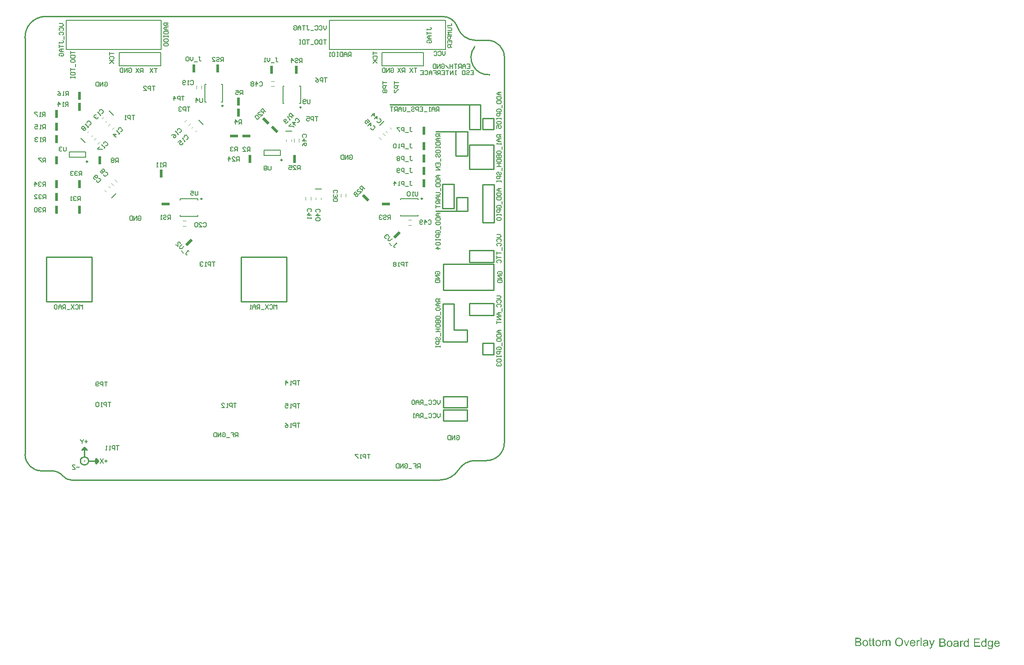
<source format=gbo>
G04*
G04 #@! TF.GenerationSoftware,Altium Limited,Altium Designer,18.1.7 (191)*
G04*
G04 Layer_Color=32896*
%FSLAX25Y25*%
%MOIN*%
G70*
G01*
G75*
%ADD11C,0.01000*%
%ADD12C,0.00984*%
%ADD14C,0.00394*%
%ADD15C,0.00787*%
%ADD18C,0.00700*%
%ADD19R,0.02000X0.06000*%
G04:AMPARAMS|DCode=20|XSize=20mil|YSize=60mil|CornerRadius=0mil|HoleSize=0mil|Usage=FLASHONLY|Rotation=135.000|XOffset=0mil|YOffset=0mil|HoleType=Round|Shape=Rectangle|*
%AMROTATEDRECTD20*
4,1,4,0.02828,0.01414,-0.01414,-0.02828,-0.02828,-0.01414,0.01414,0.02828,0.02828,0.01414,0.0*
%
%ADD20ROTATEDRECTD20*%

%ADD21R,0.06000X0.02000*%
%ADD113C,0.00600*%
G04:AMPARAMS|DCode=114|XSize=20mil|YSize=60mil|CornerRadius=0mil|HoleSize=0mil|Usage=FLASHONLY|Rotation=225.000|XOffset=0mil|YOffset=0mil|HoleType=Round|Shape=Rectangle|*
%AMROTATEDRECTD114*
4,1,4,-0.01414,0.02828,0.02828,-0.01414,0.01414,-0.02828,-0.02828,0.01414,-0.01414,0.02828,0.0*
%
%ADD114ROTATEDRECTD114*%

G36*
X47244Y22795D02*
X43307D01*
X45276Y24764D01*
X47244Y22795D01*
D02*
G37*
G36*
X55216Y14823D02*
X53248Y12854D01*
Y16791D01*
X55216Y14823D01*
D02*
G37*
G36*
X675312Y-120282D02*
X675417Y-120301D01*
X675533Y-120340D01*
X675667Y-120378D01*
X675811Y-120446D01*
X675965Y-120532D01*
X675686Y-121243D01*
X675677Y-121234D01*
X675638Y-121214D01*
X675581Y-121186D01*
X675514Y-121157D01*
X675427Y-121128D01*
X675331Y-121099D01*
X675225Y-121080D01*
X675119Y-121070D01*
X675081D01*
X675033Y-121080D01*
X674966Y-121090D01*
X674898Y-121109D01*
X674822Y-121138D01*
X674745Y-121176D01*
X674668Y-121224D01*
X674658Y-121234D01*
X674639Y-121253D01*
X674601Y-121291D01*
X674562Y-121339D01*
X674514Y-121397D01*
X674466Y-121474D01*
X674428Y-121560D01*
X674389Y-121657D01*
X674379Y-121676D01*
X674370Y-121724D01*
X674351Y-121810D01*
X674331Y-121926D01*
X674303Y-122060D01*
X674283Y-122214D01*
X674274Y-122377D01*
X674264Y-122560D01*
Y-124953D01*
X673486D01*
Y-120378D01*
X674187D01*
Y-121061D01*
X674197Y-121051D01*
X674235Y-120993D01*
X674283Y-120907D01*
X674341Y-120811D01*
X674418Y-120705D01*
X674504Y-120599D01*
X674581Y-120503D01*
X674668Y-120436D01*
X674677Y-120426D01*
X674706Y-120407D01*
X674754Y-120388D01*
X674822Y-120350D01*
X674889Y-120321D01*
X674975Y-120301D01*
X675071Y-120282D01*
X675168Y-120273D01*
X675235D01*
X675312Y-120282D01*
D02*
G37*
G36*
X652440D02*
X652497D01*
X652565Y-120292D01*
X652709Y-120321D01*
X652882Y-120369D01*
X653055Y-120436D01*
X653218Y-120532D01*
X653372Y-120657D01*
X653391Y-120676D01*
X653430Y-120724D01*
X653487Y-120820D01*
X653564Y-120945D01*
X653631Y-121109D01*
X653689Y-121301D01*
X653728Y-121541D01*
X653747Y-121676D01*
Y-121820D01*
Y-124953D01*
X652968D01*
Y-122079D01*
Y-122070D01*
Y-122060D01*
Y-122002D01*
Y-121916D01*
X652959Y-121820D01*
X652940Y-121599D01*
X652920Y-121493D01*
X652891Y-121407D01*
Y-121397D01*
X652872Y-121368D01*
X652853Y-121330D01*
X652824Y-121282D01*
X652786Y-121234D01*
X652738Y-121176D01*
X652680Y-121118D01*
X652613Y-121070D01*
X652603Y-121061D01*
X652574Y-121051D01*
X652536Y-121032D01*
X652488Y-121003D01*
X652421Y-120984D01*
X652334Y-120965D01*
X652248Y-120955D01*
X652152Y-120945D01*
X652075D01*
X651979Y-120965D01*
X651873Y-120984D01*
X651748Y-121022D01*
X651613Y-121080D01*
X651469Y-121166D01*
X651344Y-121272D01*
X651335Y-121291D01*
X651296Y-121330D01*
X651248Y-121407D01*
X651191Y-121522D01*
X651123Y-121666D01*
X651075Y-121839D01*
X651037Y-122050D01*
X651027Y-122300D01*
Y-124953D01*
X650249D01*
Y-121983D01*
Y-121974D01*
Y-121964D01*
Y-121935D01*
Y-121897D01*
X650239Y-121801D01*
X650230Y-121695D01*
X650201Y-121560D01*
X650172Y-121435D01*
X650124Y-121311D01*
X650057Y-121205D01*
X650047Y-121195D01*
X650018Y-121166D01*
X649980Y-121118D01*
X649912Y-121070D01*
X649826Y-121032D01*
X649720Y-120984D01*
X649595Y-120955D01*
X649441Y-120945D01*
X649384D01*
X649326Y-120955D01*
X649240Y-120965D01*
X649153Y-120984D01*
X649048Y-121022D01*
X648942Y-121061D01*
X648836Y-121118D01*
X648827Y-121128D01*
X648788Y-121147D01*
X648740Y-121195D01*
X648682Y-121243D01*
X648615Y-121320D01*
X648548Y-121407D01*
X648490Y-121512D01*
X648432Y-121628D01*
X648423Y-121647D01*
X648413Y-121685D01*
X648394Y-121762D01*
X648375Y-121868D01*
X648346Y-122002D01*
X648327Y-122166D01*
X648317Y-122358D01*
X648308Y-122579D01*
Y-124953D01*
X647529D01*
Y-120378D01*
X648221D01*
Y-121022D01*
X648231Y-121003D01*
X648259Y-120965D01*
X648308Y-120907D01*
X648375Y-120830D01*
X648452Y-120744D01*
X648548Y-120657D01*
X648663Y-120561D01*
X648788Y-120484D01*
X648807Y-120475D01*
X648855Y-120455D01*
X648932Y-120417D01*
X649028Y-120378D01*
X649153Y-120340D01*
X649288Y-120301D01*
X649451Y-120282D01*
X649614Y-120273D01*
X649701D01*
X649797Y-120282D01*
X649912Y-120301D01*
X650037Y-120321D01*
X650181Y-120359D01*
X650316Y-120417D01*
X650441Y-120484D01*
X650460Y-120494D01*
X650499Y-120523D01*
X650556Y-120571D01*
X650624Y-120638D01*
X650701Y-120724D01*
X650777Y-120820D01*
X650845Y-120945D01*
X650902Y-121080D01*
X650912Y-121070D01*
X650931Y-121042D01*
X650960Y-121003D01*
X650998Y-120955D01*
X651056Y-120888D01*
X651123Y-120820D01*
X651200Y-120753D01*
X651287Y-120676D01*
X651383Y-120599D01*
X651488Y-120532D01*
X651738Y-120398D01*
X651873Y-120350D01*
X652017Y-120311D01*
X652161Y-120282D01*
X652324Y-120273D01*
X652392D01*
X652440Y-120282D01*
D02*
G37*
G36*
X726111Y-125394D02*
X725390D01*
Y-124827D01*
X725380Y-124836D01*
X725371Y-124855D01*
X725342Y-124884D01*
X725303Y-124932D01*
X725265Y-124980D01*
X725207Y-125038D01*
X725140Y-125096D01*
X725063Y-125163D01*
X724976Y-125221D01*
X724880Y-125288D01*
X724775Y-125346D01*
X724669Y-125394D01*
X724544Y-125442D01*
X724409Y-125471D01*
X724265Y-125490D01*
X724112Y-125499D01*
X724054D01*
X724016Y-125490D01*
X723910Y-125480D01*
X723785Y-125461D01*
X723622Y-125423D01*
X723458Y-125374D01*
X723276Y-125298D01*
X723103Y-125201D01*
X723093D01*
X723083Y-125192D01*
X723026Y-125144D01*
X722949Y-125077D01*
X722843Y-124980D01*
X722737Y-124865D01*
X722612Y-124721D01*
X722507Y-124558D01*
X722401Y-124365D01*
Y-124356D01*
X722391Y-124337D01*
X722382Y-124308D01*
X722363Y-124269D01*
X722343Y-124221D01*
X722324Y-124154D01*
X722276Y-124000D01*
X722228Y-123818D01*
X722190Y-123606D01*
X722161Y-123376D01*
X722151Y-123116D01*
Y-123107D01*
Y-123087D01*
Y-123049D01*
Y-123001D01*
X722161Y-122943D01*
Y-122866D01*
X722180Y-122703D01*
X722209Y-122511D01*
X722247Y-122309D01*
X722295Y-122088D01*
X722372Y-121876D01*
Y-121867D01*
X722382Y-121848D01*
X722401Y-121819D01*
X722420Y-121780D01*
X722468Y-121684D01*
X722545Y-121559D01*
X722641Y-121415D01*
X722757Y-121271D01*
X722891Y-121136D01*
X723055Y-121011D01*
X723064D01*
X723074Y-121002D01*
X723131Y-120964D01*
X723228Y-120915D01*
X723352Y-120858D01*
X723506Y-120810D01*
X723679Y-120762D01*
X723871Y-120723D01*
X724073Y-120714D01*
X724141D01*
X724217Y-120723D01*
X724323Y-120733D01*
X724429Y-120762D01*
X724554Y-120791D01*
X724679Y-120839D01*
X724803Y-120896D01*
X724823Y-120906D01*
X724861Y-120925D01*
X724919Y-120964D01*
X724996Y-121021D01*
X725073Y-121079D01*
X725169Y-121156D01*
X725255Y-121252D01*
X725332Y-121348D01*
Y-119080D01*
X726111D01*
Y-125394D01*
D02*
G37*
G36*
X712878Y-125394D02*
X712157D01*
Y-124827D01*
X712147Y-124836D01*
X712138Y-124855D01*
X712109Y-124884D01*
X712070Y-124932D01*
X712032Y-124980D01*
X711974Y-125038D01*
X711907Y-125096D01*
X711830Y-125163D01*
X711744Y-125221D01*
X711648Y-125288D01*
X711542Y-125346D01*
X711436Y-125394D01*
X711311Y-125442D01*
X711177Y-125471D01*
X711032Y-125490D01*
X710879Y-125499D01*
X710821D01*
X710783Y-125490D01*
X710677Y-125480D01*
X710552Y-125461D01*
X710389Y-125423D01*
X710225Y-125374D01*
X710043Y-125298D01*
X709870Y-125201D01*
X709860D01*
X709850Y-125192D01*
X709793Y-125144D01*
X709716Y-125077D01*
X709610Y-124980D01*
X709504Y-124865D01*
X709379Y-124721D01*
X709274Y-124558D01*
X709168Y-124365D01*
Y-124356D01*
X709159Y-124337D01*
X709149Y-124308D01*
X709130Y-124269D01*
X709110Y-124221D01*
X709091Y-124154D01*
X709043Y-124000D01*
X708995Y-123818D01*
X708957Y-123606D01*
X708928Y-123376D01*
X708918Y-123116D01*
Y-123107D01*
Y-123087D01*
Y-123049D01*
Y-123001D01*
X708928Y-122943D01*
Y-122866D01*
X708947Y-122703D01*
X708976Y-122511D01*
X709014Y-122309D01*
X709062Y-122088D01*
X709139Y-121876D01*
Y-121867D01*
X709149Y-121848D01*
X709168Y-121819D01*
X709187Y-121780D01*
X709235Y-121684D01*
X709312Y-121559D01*
X709408Y-121415D01*
X709524Y-121271D01*
X709658Y-121136D01*
X709822Y-121011D01*
X709831D01*
X709841Y-121002D01*
X709898Y-120964D01*
X709995Y-120915D01*
X710119Y-120858D01*
X710273Y-120810D01*
X710446Y-120762D01*
X710638Y-120723D01*
X710840Y-120714D01*
X710908D01*
X710984Y-120723D01*
X711090Y-120733D01*
X711196Y-120762D01*
X711321Y-120791D01*
X711446Y-120839D01*
X711571Y-120896D01*
X711590Y-120906D01*
X711628Y-120925D01*
X711686Y-120964D01*
X711763Y-121021D01*
X711840Y-121079D01*
X711936Y-121156D01*
X712022Y-121252D01*
X712099Y-121348D01*
Y-119080D01*
X712878D01*
Y-125394D01*
D02*
G37*
G36*
X708092Y-120723D02*
X708197Y-120742D01*
X708313Y-120781D01*
X708447Y-120819D01*
X708592Y-120887D01*
X708745Y-120973D01*
X708467Y-121684D01*
X708457Y-121675D01*
X708419Y-121655D01*
X708361Y-121627D01*
X708294Y-121598D01*
X708207Y-121569D01*
X708111Y-121540D01*
X708005Y-121521D01*
X707900Y-121511D01*
X707861D01*
X707813Y-121521D01*
X707746Y-121530D01*
X707679Y-121550D01*
X707602Y-121579D01*
X707525Y-121617D01*
X707448Y-121665D01*
X707438Y-121675D01*
X707419Y-121694D01*
X707381Y-121732D01*
X707342Y-121780D01*
X707294Y-121838D01*
X707246Y-121915D01*
X707208Y-122001D01*
X707169Y-122098D01*
X707160Y-122117D01*
X707150Y-122165D01*
X707131Y-122251D01*
X707112Y-122367D01*
X707083Y-122501D01*
X707063Y-122655D01*
X707054Y-122818D01*
X707044Y-123001D01*
Y-125394D01*
X706266D01*
Y-120819D01*
X706967D01*
Y-121502D01*
X706977Y-121492D01*
X707015Y-121434D01*
X707063Y-121348D01*
X707121Y-121252D01*
X707198Y-121146D01*
X707284Y-121040D01*
X707361Y-120944D01*
X707448Y-120877D01*
X707457Y-120867D01*
X707486Y-120848D01*
X707534Y-120829D01*
X707602Y-120791D01*
X707669Y-120762D01*
X707755Y-120742D01*
X707852Y-120723D01*
X707948Y-120714D01*
X708015D01*
X708092Y-120723D01*
D02*
G37*
G36*
X666173Y-124953D02*
X665442D01*
X663703Y-120378D01*
X664520D01*
X665500Y-123127D01*
X665510Y-123146D01*
X665529Y-123204D01*
X665557Y-123290D01*
X665596Y-123406D01*
X665644Y-123540D01*
X665692Y-123694D01*
X665750Y-123867D01*
X665798Y-124040D01*
X665807Y-124021D01*
X665817Y-123973D01*
X665846Y-123896D01*
X665875Y-123800D01*
X665913Y-123675D01*
X665961Y-123521D01*
X666019Y-123357D01*
X666086Y-123175D01*
X667105Y-120378D01*
X667902D01*
X666173Y-124953D01*
D02*
G37*
G36*
X685296Y-125030D02*
Y-125039D01*
X685287Y-125058D01*
X685268Y-125097D01*
X685248Y-125155D01*
X685229Y-125212D01*
X685200Y-125279D01*
X685143Y-125443D01*
X685066Y-125616D01*
X684999Y-125779D01*
X684931Y-125943D01*
X684893Y-126010D01*
X684864Y-126067D01*
X684854Y-126087D01*
X684826Y-126125D01*
X684787Y-126192D01*
X684729Y-126279D01*
X684653Y-126365D01*
X684576Y-126462D01*
X684480Y-126548D01*
X684383Y-126625D01*
X684374Y-126635D01*
X684336Y-126654D01*
X684278Y-126683D01*
X684201Y-126711D01*
X684114Y-126750D01*
X683999Y-126779D01*
X683884Y-126798D01*
X683749Y-126807D01*
X683711D01*
X683663Y-126798D01*
X683605D01*
X683528Y-126788D01*
X683442Y-126769D01*
X683250Y-126711D01*
X683163Y-125991D01*
X683173D01*
X683202Y-126000D01*
X683250Y-126010D01*
X683317Y-126029D01*
X683451Y-126058D01*
X683605Y-126067D01*
X683653D01*
X683692Y-126058D01*
X683759D01*
X683893Y-126029D01*
X683961Y-126010D01*
X684018Y-125981D01*
X684028D01*
X684047Y-125962D01*
X684076Y-125943D01*
X684105Y-125914D01*
X684191Y-125837D01*
X684278Y-125731D01*
Y-125722D01*
X684287Y-125702D01*
X684307Y-125673D01*
X684336Y-125616D01*
X684364Y-125539D01*
X684403Y-125443D01*
X684451Y-125308D01*
X684508Y-125155D01*
X684518Y-125145D01*
X684528Y-125107D01*
X684556Y-125049D01*
X684585Y-124962D01*
X682846Y-120378D01*
X683672D01*
X684624Y-123012D01*
Y-123021D01*
X684633Y-123031D01*
X684643Y-123060D01*
X684653Y-123098D01*
X684691Y-123204D01*
X684739Y-123338D01*
X684787Y-123492D01*
X684845Y-123675D01*
X684902Y-123867D01*
X684960Y-124069D01*
Y-124059D01*
X684970Y-124049D01*
Y-124021D01*
X684989Y-123982D01*
X685008Y-123876D01*
X685047Y-123751D01*
X685095Y-123598D01*
X685152Y-123425D01*
X685210Y-123242D01*
X685277Y-123050D01*
X686257Y-120378D01*
X687026D01*
X685296Y-125030D01*
D02*
G37*
G36*
X680511Y-120282D02*
X680645Y-120292D01*
X680799Y-120311D01*
X680962Y-120330D01*
X681116Y-120369D01*
X681260Y-120417D01*
X681280Y-120426D01*
X681318Y-120436D01*
X681385Y-120475D01*
X681462Y-120513D01*
X681549Y-120561D01*
X681645Y-120619D01*
X681721Y-120686D01*
X681798Y-120763D01*
X681808Y-120772D01*
X681827Y-120801D01*
X681856Y-120840D01*
X681894Y-120907D01*
X681933Y-120984D01*
X681971Y-121070D01*
X682010Y-121176D01*
X682039Y-121291D01*
Y-121301D01*
X682048Y-121330D01*
X682058Y-121378D01*
X682067Y-121455D01*
Y-121551D01*
X682077Y-121676D01*
X682087Y-121820D01*
Y-122002D01*
Y-123040D01*
Y-123050D01*
Y-123088D01*
Y-123146D01*
Y-123213D01*
Y-123300D01*
Y-123396D01*
X682096Y-123617D01*
Y-123857D01*
X682106Y-124078D01*
X682116Y-124184D01*
Y-124270D01*
X682125Y-124347D01*
X682135Y-124415D01*
Y-124424D01*
X682144Y-124463D01*
X682154Y-124520D01*
X682173Y-124588D01*
X682202Y-124664D01*
X682240Y-124761D01*
X682327Y-124953D01*
X681520D01*
X681510Y-124943D01*
X681500Y-124914D01*
X681481Y-124857D01*
X681453Y-124789D01*
X681424Y-124703D01*
X681404Y-124607D01*
X681385Y-124501D01*
X681366Y-124376D01*
X681347Y-124395D01*
X681289Y-124434D01*
X681212Y-124501D01*
X681097Y-124578D01*
X680972Y-124674D01*
X680828Y-124761D01*
X680684Y-124837D01*
X680530Y-124905D01*
X680511Y-124914D01*
X680463Y-124924D01*
X680386Y-124953D01*
X680280Y-124982D01*
X680146Y-125010D01*
X680001Y-125030D01*
X679848Y-125049D01*
X679675Y-125058D01*
X679607D01*
X679550Y-125049D01*
X679492D01*
X679415Y-125039D01*
X679252Y-125010D01*
X679060Y-124972D01*
X678877Y-124905D01*
X678685Y-124818D01*
X678521Y-124693D01*
X678502Y-124674D01*
X678454Y-124626D01*
X678397Y-124549D01*
X678320Y-124434D01*
X678243Y-124299D01*
X678185Y-124145D01*
X678137Y-123953D01*
X678118Y-123751D01*
Y-123732D01*
Y-123694D01*
X678127Y-123627D01*
X678137Y-123550D01*
X678156Y-123454D01*
X678175Y-123348D01*
X678214Y-123242D01*
X678262Y-123136D01*
X678271Y-123127D01*
X678291Y-123088D01*
X678320Y-123040D01*
X678368Y-122973D01*
X678425Y-122906D01*
X678502Y-122829D01*
X678579Y-122762D01*
X678665Y-122694D01*
X678675Y-122685D01*
X678714Y-122666D01*
X678762Y-122637D01*
X678829Y-122598D01*
X678915Y-122550D01*
X679002Y-122512D01*
X679108Y-122473D01*
X679223Y-122435D01*
X679233D01*
X679271Y-122425D01*
X679319Y-122416D01*
X679396Y-122397D01*
X679492Y-122377D01*
X679617Y-122358D01*
X679751Y-122339D01*
X679915Y-122320D01*
X679924D01*
X679953Y-122310D01*
X680001D01*
X680069Y-122300D01*
X680146Y-122291D01*
X680232Y-122281D01*
X680443Y-122243D01*
X680664Y-122204D01*
X680895Y-122166D01*
X681116Y-122108D01*
X681212Y-122079D01*
X681299Y-122050D01*
Y-122041D01*
Y-122022D01*
X681308Y-121964D01*
Y-121897D01*
Y-121868D01*
Y-121849D01*
Y-121839D01*
Y-121829D01*
Y-121772D01*
X681299Y-121685D01*
X681280Y-121589D01*
X681251Y-121484D01*
X681212Y-121368D01*
X681164Y-121272D01*
X681087Y-121186D01*
X681078Y-121176D01*
X681030Y-121147D01*
X680962Y-121099D01*
X680866Y-121051D01*
X680741Y-121003D01*
X680588Y-120955D01*
X680405Y-120926D01*
X680203Y-120917D01*
X680117D01*
X680021Y-120926D01*
X679896Y-120936D01*
X679761Y-120965D01*
X679636Y-120993D01*
X679502Y-121042D01*
X679396Y-121109D01*
X679386Y-121118D01*
X679357Y-121147D01*
X679309Y-121195D01*
X679252Y-121263D01*
X679184Y-121359D01*
X679127Y-121474D01*
X679060Y-121618D01*
X679011Y-121782D01*
X678252Y-121676D01*
Y-121666D01*
X678262Y-121657D01*
X678271Y-121599D01*
X678300Y-121512D01*
X678329Y-121397D01*
X678377Y-121272D01*
X678435Y-121147D01*
X678502Y-121013D01*
X678589Y-120897D01*
X678598Y-120888D01*
X678637Y-120849D01*
X678685Y-120792D01*
X678762Y-120724D01*
X678858Y-120657D01*
X678983Y-120580D01*
X679117Y-120503D01*
X679271Y-120436D01*
X679281D01*
X679290Y-120426D01*
X679319Y-120417D01*
X679348Y-120407D01*
X679444Y-120388D01*
X679569Y-120350D01*
X679723Y-120321D01*
X679896Y-120301D01*
X680097Y-120282D01*
X680309Y-120273D01*
X680405D01*
X680511Y-120282D01*
D02*
G37*
G36*
X677186Y-124953D02*
X676407D01*
Y-118639D01*
X677186D01*
Y-124953D01*
D02*
G37*
G36*
X629558Y-118649D02*
X629626D01*
X629789Y-118658D01*
X629972Y-118687D01*
X630164Y-118716D01*
X630356Y-118764D01*
X630529Y-118831D01*
X630539D01*
X630548Y-118841D01*
X630606Y-118870D01*
X630683Y-118918D01*
X630779Y-118975D01*
X630894Y-119062D01*
X631010Y-119168D01*
X631115Y-119283D01*
X631221Y-119427D01*
X631231Y-119446D01*
X631259Y-119494D01*
X631298Y-119581D01*
X631346Y-119686D01*
X631394Y-119811D01*
X631432Y-119946D01*
X631461Y-120100D01*
X631471Y-120263D01*
Y-120282D01*
Y-120330D01*
X631461Y-120407D01*
X631442Y-120513D01*
X631413Y-120628D01*
X631375Y-120753D01*
X631327Y-120897D01*
X631250Y-121032D01*
X631240Y-121051D01*
X631211Y-121090D01*
X631154Y-121157D01*
X631086Y-121234D01*
X630990Y-121330D01*
X630875Y-121416D01*
X630740Y-121512D01*
X630577Y-121599D01*
X630587D01*
X630606Y-121608D01*
X630635Y-121618D01*
X630673Y-121628D01*
X630779Y-121676D01*
X630904Y-121733D01*
X631048Y-121820D01*
X631192Y-121916D01*
X631336Y-122031D01*
X631461Y-122176D01*
X631471Y-122195D01*
X631509Y-122243D01*
X631557Y-122329D01*
X631625Y-122445D01*
X631682Y-122589D01*
X631730Y-122742D01*
X631769Y-122925D01*
X631778Y-123127D01*
Y-123146D01*
Y-123204D01*
X631769Y-123290D01*
X631759Y-123396D01*
X631730Y-123521D01*
X631702Y-123665D01*
X631653Y-123809D01*
X631586Y-123953D01*
X631577Y-123973D01*
X631557Y-124021D01*
X631509Y-124088D01*
X631461Y-124174D01*
X631394Y-124270D01*
X631317Y-124367D01*
X631221Y-124463D01*
X631125Y-124549D01*
X631115Y-124559D01*
X631077Y-124578D01*
X631019Y-124616D01*
X630933Y-124664D01*
X630837Y-124713D01*
X630712Y-124761D01*
X630577Y-124809D01*
X630433Y-124857D01*
X630414D01*
X630356Y-124876D01*
X630270Y-124885D01*
X630154Y-124905D01*
X630000Y-124924D01*
X629827Y-124934D01*
X629635Y-124953D01*
X627012D01*
Y-118639D01*
X629491D01*
X629558Y-118649D01*
D02*
G37*
G36*
X641090Y-120378D02*
X641869D01*
Y-120984D01*
X641090D01*
Y-123665D01*
Y-123675D01*
Y-123713D01*
Y-123771D01*
X641100Y-123838D01*
X641110Y-123982D01*
X641119Y-124040D01*
X641129Y-124088D01*
X641139Y-124107D01*
X641158Y-124145D01*
X641196Y-124194D01*
X641254Y-124242D01*
X641273Y-124251D01*
X641321Y-124261D01*
X641408Y-124280D01*
X641523Y-124290D01*
X641619D01*
X641667Y-124280D01*
X641725D01*
X641869Y-124261D01*
X641975Y-124943D01*
X641955D01*
X641917Y-124953D01*
X641859Y-124962D01*
X641773Y-124972D01*
X641686Y-124991D01*
X641590Y-125001D01*
X641388Y-125010D01*
X641321D01*
X641244Y-125001D01*
X641148Y-124991D01*
X641042Y-124982D01*
X640927Y-124953D01*
X640821Y-124924D01*
X640725Y-124885D01*
X640716Y-124876D01*
X640687Y-124857D01*
X640648Y-124828D01*
X640600Y-124789D01*
X640543Y-124741D01*
X640495Y-124684D01*
X640437Y-124616D01*
X640399Y-124539D01*
Y-124530D01*
X640389Y-124492D01*
X640370Y-124434D01*
X640360Y-124338D01*
X640341Y-124213D01*
X640331Y-124145D01*
X640322Y-124059D01*
Y-123963D01*
X640312Y-123857D01*
Y-123742D01*
Y-123617D01*
Y-120984D01*
X639735D01*
Y-120378D01*
X640312D01*
Y-119254D01*
X641090Y-118783D01*
Y-120378D01*
D02*
G37*
G36*
X638640D02*
X639418D01*
Y-120984D01*
X638640D01*
Y-123665D01*
Y-123675D01*
Y-123713D01*
Y-123771D01*
X638650Y-123838D01*
X638659Y-123982D01*
X638669Y-124040D01*
X638678Y-124088D01*
X638688Y-124107D01*
X638707Y-124145D01*
X638746Y-124194D01*
X638803Y-124242D01*
X638823Y-124251D01*
X638870Y-124261D01*
X638957Y-124280D01*
X639072Y-124290D01*
X639169D01*
X639217Y-124280D01*
X639274D01*
X639418Y-124261D01*
X639524Y-124943D01*
X639505D01*
X639466Y-124953D01*
X639409Y-124962D01*
X639322Y-124972D01*
X639236Y-124991D01*
X639140Y-125001D01*
X638938Y-125010D01*
X638870D01*
X638794Y-125001D01*
X638698Y-124991D01*
X638592Y-124982D01*
X638477Y-124953D01*
X638371Y-124924D01*
X638275Y-124885D01*
X638265Y-124876D01*
X638236Y-124857D01*
X638198Y-124828D01*
X638150Y-124789D01*
X638092Y-124741D01*
X638044Y-124684D01*
X637986Y-124616D01*
X637948Y-124539D01*
Y-124530D01*
X637938Y-124492D01*
X637919Y-124434D01*
X637910Y-124338D01*
X637890Y-124213D01*
X637881Y-124145D01*
X637871Y-124059D01*
Y-123963D01*
X637861Y-123857D01*
Y-123742D01*
Y-123617D01*
Y-120984D01*
X637285D01*
Y-120378D01*
X637861D01*
Y-119254D01*
X638640Y-118783D01*
Y-120378D01*
D02*
G37*
G36*
X670612Y-120282D02*
X670689Y-120292D01*
X670785Y-120301D01*
X670882Y-120321D01*
X670997Y-120350D01*
X671227Y-120426D01*
X671352Y-120475D01*
X671477Y-120542D01*
X671602Y-120609D01*
X671727Y-120695D01*
X671842Y-120792D01*
X671958Y-120907D01*
X671967Y-120917D01*
X671987Y-120936D01*
X672015Y-120974D01*
X672054Y-121022D01*
X672092Y-121090D01*
X672140Y-121166D01*
X672198Y-121253D01*
X672256Y-121359D01*
X672304Y-121484D01*
X672361Y-121608D01*
X672409Y-121753D01*
X672458Y-121916D01*
X672486Y-122079D01*
X672515Y-122262D01*
X672534Y-122454D01*
X672544Y-122666D01*
Y-122675D01*
Y-122714D01*
Y-122781D01*
X672534Y-122867D01*
X669132D01*
Y-122877D01*
Y-122896D01*
X669142Y-122944D01*
Y-122992D01*
X669152Y-123060D01*
X669161Y-123127D01*
X669200Y-123300D01*
X669257Y-123482D01*
X669325Y-123675D01*
X669430Y-123867D01*
X669555Y-124030D01*
X669574Y-124049D01*
X669623Y-124088D01*
X669709Y-124155D01*
X669815Y-124222D01*
X669959Y-124299D01*
X670122Y-124367D01*
X670305Y-124405D01*
X670507Y-124424D01*
X670583D01*
X670660Y-124415D01*
X670756Y-124395D01*
X670872Y-124367D01*
X670997Y-124328D01*
X671122Y-124280D01*
X671237Y-124203D01*
X671247Y-124194D01*
X671285Y-124155D01*
X671343Y-124107D01*
X671410Y-124021D01*
X671487Y-123925D01*
X671564Y-123800D01*
X671641Y-123646D01*
X671718Y-123473D01*
X672515Y-123579D01*
Y-123588D01*
X672506Y-123607D01*
X672496Y-123646D01*
X672477Y-123694D01*
X672458Y-123751D01*
X672429Y-123819D01*
X672352Y-123982D01*
X672256Y-124155D01*
X672140Y-124338D01*
X671987Y-124520D01*
X671814Y-124674D01*
X671804D01*
X671794Y-124693D01*
X671766Y-124713D01*
X671718Y-124732D01*
X671669Y-124761D01*
X671612Y-124799D01*
X671545Y-124828D01*
X671458Y-124866D01*
X671276Y-124934D01*
X671045Y-125001D01*
X670795Y-125039D01*
X670507Y-125058D01*
X670411D01*
X670343Y-125049D01*
X670257Y-125039D01*
X670161Y-125030D01*
X670055Y-125010D01*
X669930Y-124982D01*
X669680Y-124905D01*
X669546Y-124857D01*
X669421Y-124799D01*
X669286Y-124732D01*
X669161Y-124645D01*
X669036Y-124549D01*
X668921Y-124443D01*
X668911Y-124434D01*
X668892Y-124415D01*
X668863Y-124376D01*
X668834Y-124328D01*
X668786Y-124270D01*
X668738Y-124194D01*
X668681Y-124098D01*
X668633Y-123992D01*
X668575Y-123876D01*
X668517Y-123751D01*
X668469Y-123607D01*
X668431Y-123454D01*
X668393Y-123290D01*
X668364Y-123108D01*
X668344Y-122915D01*
X668335Y-122714D01*
Y-122704D01*
Y-122666D01*
Y-122598D01*
X668344Y-122521D01*
X668354Y-122425D01*
X668364Y-122310D01*
X668383Y-122185D01*
X668412Y-122050D01*
X668479Y-121762D01*
X668527Y-121618D01*
X668585Y-121464D01*
X668652Y-121320D01*
X668729Y-121176D01*
X668815Y-121042D01*
X668921Y-120917D01*
X668931Y-120907D01*
X668950Y-120888D01*
X668979Y-120859D01*
X669027Y-120811D01*
X669084Y-120763D01*
X669161Y-120715D01*
X669238Y-120657D01*
X669334Y-120590D01*
X669440Y-120532D01*
X669555Y-120475D01*
X669680Y-120426D01*
X669824Y-120369D01*
X669969Y-120330D01*
X670122Y-120301D01*
X670286Y-120282D01*
X670459Y-120273D01*
X670545D01*
X670612Y-120282D01*
D02*
G37*
G36*
X660330Y-118543D02*
X660406D01*
X660503Y-118552D01*
X660599Y-118572D01*
X660714Y-118581D01*
X660954Y-118639D01*
X661223Y-118716D01*
X661492Y-118812D01*
X661627Y-118879D01*
X661762Y-118956D01*
X661771D01*
X661790Y-118975D01*
X661829Y-118995D01*
X661877Y-119033D01*
X661935Y-119071D01*
X662002Y-119129D01*
X662156Y-119254D01*
X662328Y-119417D01*
X662511Y-119619D01*
X662675Y-119850D01*
X662828Y-120119D01*
Y-120129D01*
X662848Y-120157D01*
X662867Y-120196D01*
X662886Y-120254D01*
X662915Y-120321D01*
X662944Y-120407D01*
X662982Y-120503D01*
X663021Y-120609D01*
X663049Y-120734D01*
X663088Y-120859D01*
X663145Y-121147D01*
X663184Y-121464D01*
X663203Y-121810D01*
Y-121820D01*
Y-121849D01*
Y-121906D01*
X663194Y-121974D01*
Y-122060D01*
X663184Y-122156D01*
X663174Y-122262D01*
X663155Y-122387D01*
X663107Y-122656D01*
X663040Y-122944D01*
X662944Y-123242D01*
X662809Y-123530D01*
Y-123540D01*
X662790Y-123559D01*
X662771Y-123598D01*
X662742Y-123655D01*
X662694Y-123713D01*
X662646Y-123790D01*
X662530Y-123953D01*
X662377Y-124136D01*
X662184Y-124328D01*
X661963Y-124511D01*
X661714Y-124674D01*
X661704D01*
X661685Y-124693D01*
X661646Y-124713D01*
X661589Y-124732D01*
X661521Y-124761D01*
X661444Y-124799D01*
X661358Y-124828D01*
X661252Y-124866D01*
X661031Y-124934D01*
X660772Y-125001D01*
X660483Y-125039D01*
X660185Y-125058D01*
X660099D01*
X660032Y-125049D01*
X659955D01*
X659868Y-125039D01*
X659763Y-125020D01*
X659647Y-125001D01*
X659407Y-124953D01*
X659138Y-124876D01*
X658859Y-124770D01*
X658725Y-124713D01*
X658590Y-124636D01*
X658581Y-124626D01*
X658561Y-124616D01*
X658523Y-124588D01*
X658475Y-124559D01*
X658417Y-124511D01*
X658350Y-124463D01*
X658196Y-124328D01*
X658023Y-124155D01*
X657841Y-123963D01*
X657677Y-123723D01*
X657523Y-123463D01*
Y-123454D01*
X657504Y-123425D01*
X657495Y-123386D01*
X657466Y-123329D01*
X657437Y-123261D01*
X657408Y-123185D01*
X657379Y-123088D01*
X657351Y-122983D01*
X657312Y-122867D01*
X657283Y-122752D01*
X657226Y-122483D01*
X657187Y-122195D01*
X657168Y-121887D01*
Y-121868D01*
Y-121820D01*
X657178Y-121733D01*
Y-121628D01*
X657197Y-121493D01*
X657216Y-121339D01*
X657235Y-121176D01*
X657274Y-120984D01*
X657322Y-120792D01*
X657370Y-120590D01*
X657437Y-120388D01*
X657523Y-120186D01*
X657620Y-119984D01*
X657725Y-119783D01*
X657860Y-119600D01*
X658004Y-119427D01*
X658014Y-119417D01*
X658042Y-119389D01*
X658090Y-119341D01*
X658158Y-119283D01*
X658244Y-119216D01*
X658340Y-119148D01*
X658456Y-119062D01*
X658590Y-118975D01*
X658744Y-118898D01*
X658907Y-118812D01*
X659090Y-118745D01*
X659282Y-118668D01*
X659484Y-118620D01*
X659705Y-118572D01*
X659945Y-118543D01*
X660185Y-118533D01*
X660272D01*
X660330Y-118543D01*
D02*
G37*
G36*
X644636Y-120282D02*
X644723Y-120292D01*
X644809Y-120301D01*
X644915Y-120321D01*
X645031Y-120350D01*
X645271Y-120426D01*
X645396Y-120475D01*
X645530Y-120532D01*
X645655Y-120609D01*
X645780Y-120695D01*
X645905Y-120792D01*
X646020Y-120897D01*
X646030Y-120907D01*
X646049Y-120926D01*
X646078Y-120965D01*
X646116Y-121013D01*
X646165Y-121070D01*
X646213Y-121147D01*
X646270Y-121243D01*
X646328Y-121339D01*
X646376Y-121455D01*
X646434Y-121589D01*
X646482Y-121724D01*
X646530Y-121878D01*
X646568Y-122041D01*
X646597Y-122223D01*
X646616Y-122406D01*
X646626Y-122608D01*
Y-122617D01*
Y-122646D01*
Y-122694D01*
Y-122752D01*
X646616Y-122829D01*
Y-122915D01*
X646607Y-123012D01*
X646597Y-123117D01*
X646559Y-123338D01*
X646511Y-123569D01*
X646443Y-123800D01*
X646357Y-124001D01*
Y-124011D01*
X646347Y-124021D01*
X646309Y-124088D01*
X646241Y-124174D01*
X646155Y-124290D01*
X646049Y-124415D01*
X645915Y-124539D01*
X645761Y-124664D01*
X645578Y-124780D01*
X645569D01*
X645559Y-124789D01*
X645530Y-124809D01*
X645492Y-124818D01*
X645386Y-124866D01*
X645252Y-124914D01*
X645088Y-124972D01*
X644906Y-125010D01*
X644704Y-125049D01*
X644483Y-125058D01*
X644387D01*
X644319Y-125049D01*
X644242Y-125039D01*
X644146Y-125030D01*
X644041Y-125010D01*
X643925Y-124982D01*
X643685Y-124905D01*
X643551Y-124857D01*
X643426Y-124799D01*
X643291Y-124732D01*
X643166Y-124645D01*
X643041Y-124549D01*
X642926Y-124443D01*
X642916Y-124434D01*
X642897Y-124415D01*
X642868Y-124376D01*
X642839Y-124328D01*
X642791Y-124261D01*
X642743Y-124184D01*
X642686Y-124098D01*
X642638Y-123992D01*
X642580Y-123867D01*
X642522Y-123742D01*
X642474Y-123588D01*
X642436Y-123434D01*
X642397Y-123261D01*
X642369Y-123079D01*
X642349Y-122877D01*
X642340Y-122666D01*
Y-122646D01*
Y-122608D01*
X642349Y-122541D01*
Y-122454D01*
X642359Y-122348D01*
X642378Y-122233D01*
X642397Y-122099D01*
X642426Y-121954D01*
X642465Y-121801D01*
X642513Y-121647D01*
X642570Y-121493D01*
X642638Y-121339D01*
X642715Y-121186D01*
X642811Y-121042D01*
X642916Y-120907D01*
X643041Y-120782D01*
X643051Y-120772D01*
X643070Y-120763D01*
X643099Y-120734D01*
X643147Y-120705D01*
X643205Y-120667D01*
X643272Y-120619D01*
X643349Y-120571D01*
X643445Y-120523D01*
X643541Y-120484D01*
X643647Y-120436D01*
X643897Y-120350D01*
X644175Y-120292D01*
X644329Y-120282D01*
X644483Y-120273D01*
X644569D01*
X644636Y-120282D01*
D02*
G37*
G36*
X634834D02*
X634921Y-120292D01*
X635007Y-120301D01*
X635113Y-120321D01*
X635228Y-120350D01*
X635469Y-120426D01*
X635594Y-120475D01*
X635728Y-120532D01*
X635853Y-120609D01*
X635978Y-120695D01*
X636103Y-120792D01*
X636218Y-120897D01*
X636228Y-120907D01*
X636247Y-120926D01*
X636276Y-120965D01*
X636314Y-121013D01*
X636362Y-121070D01*
X636410Y-121147D01*
X636468Y-121243D01*
X636526Y-121339D01*
X636574Y-121455D01*
X636631Y-121589D01*
X636680Y-121724D01*
X636728Y-121878D01*
X636766Y-122041D01*
X636795Y-122223D01*
X636814Y-122406D01*
X636824Y-122608D01*
Y-122617D01*
Y-122646D01*
Y-122694D01*
Y-122752D01*
X636814Y-122829D01*
Y-122915D01*
X636804Y-123012D01*
X636795Y-123117D01*
X636756Y-123338D01*
X636708Y-123569D01*
X636641Y-123800D01*
X636554Y-124001D01*
Y-124011D01*
X636545Y-124021D01*
X636507Y-124088D01*
X636439Y-124174D01*
X636353Y-124290D01*
X636247Y-124415D01*
X636112Y-124539D01*
X635959Y-124664D01*
X635776Y-124780D01*
X635767D01*
X635757Y-124789D01*
X635728Y-124809D01*
X635690Y-124818D01*
X635584Y-124866D01*
X635449Y-124914D01*
X635286Y-124972D01*
X635103Y-125010D01*
X634902Y-125049D01*
X634681Y-125058D01*
X634585D01*
X634517Y-125049D01*
X634440Y-125039D01*
X634344Y-125030D01*
X634238Y-125010D01*
X634123Y-124982D01*
X633883Y-124905D01*
X633748Y-124857D01*
X633624Y-124799D01*
X633489Y-124732D01*
X633364Y-124645D01*
X633239Y-124549D01*
X633124Y-124443D01*
X633114Y-124434D01*
X633095Y-124415D01*
X633066Y-124376D01*
X633037Y-124328D01*
X632989Y-124261D01*
X632941Y-124184D01*
X632884Y-124098D01*
X632835Y-123992D01*
X632778Y-123867D01*
X632720Y-123742D01*
X632672Y-123588D01*
X632634Y-123434D01*
X632595Y-123261D01*
X632566Y-123079D01*
X632547Y-122877D01*
X632538Y-122666D01*
Y-122646D01*
Y-122608D01*
X632547Y-122541D01*
Y-122454D01*
X632557Y-122348D01*
X632576Y-122233D01*
X632595Y-122099D01*
X632624Y-121954D01*
X632662Y-121801D01*
X632711Y-121647D01*
X632768Y-121493D01*
X632835Y-121339D01*
X632912Y-121186D01*
X633008Y-121042D01*
X633114Y-120907D01*
X633239Y-120782D01*
X633249Y-120772D01*
X633268Y-120763D01*
X633297Y-120734D01*
X633345Y-120705D01*
X633402Y-120667D01*
X633470Y-120619D01*
X633547Y-120571D01*
X633643Y-120523D01*
X633739Y-120484D01*
X633845Y-120436D01*
X634094Y-120350D01*
X634373Y-120292D01*
X634527Y-120282D01*
X634681Y-120273D01*
X634767D01*
X634834Y-120282D01*
D02*
G37*
G36*
X721238Y-119820D02*
X717510Y-119820D01*
Y-121761D01*
X720998Y-121761D01*
Y-122501D01*
X717510Y-122501D01*
Y-124654D01*
X721382Y-124654D01*
Y-125394D01*
X716674Y-125394D01*
Y-119080D01*
X721238Y-119080D01*
Y-119820D01*
D02*
G37*
G36*
X703498Y-120723D02*
X703633Y-120733D01*
X703787Y-120752D01*
X703950Y-120771D01*
X704104Y-120810D01*
X704248Y-120858D01*
X704267Y-120867D01*
X704305Y-120877D01*
X704373Y-120915D01*
X704450Y-120954D01*
X704536Y-121002D01*
X704632Y-121060D01*
X704709Y-121127D01*
X704786Y-121204D01*
X704796Y-121213D01*
X704815Y-121242D01*
X704844Y-121281D01*
X704882Y-121348D01*
X704920Y-121425D01*
X704959Y-121511D01*
X704997Y-121617D01*
X705026Y-121732D01*
Y-121742D01*
X705036Y-121771D01*
X705045Y-121819D01*
X705055Y-121896D01*
Y-121992D01*
X705065Y-122117D01*
X705074Y-122261D01*
Y-122443D01*
Y-123481D01*
Y-123491D01*
Y-123529D01*
Y-123587D01*
Y-123654D01*
Y-123741D01*
Y-123837D01*
X705084Y-124058D01*
Y-124298D01*
X705093Y-124519D01*
X705103Y-124625D01*
Y-124711D01*
X705113Y-124788D01*
X705122Y-124855D01*
Y-124865D01*
X705132Y-124904D01*
X705141Y-124961D01*
X705161Y-125029D01*
X705190Y-125105D01*
X705228Y-125201D01*
X705314Y-125394D01*
X704507D01*
X704498Y-125384D01*
X704488Y-125355D01*
X704469Y-125298D01*
X704440Y-125230D01*
X704411Y-125144D01*
X704392Y-125048D01*
X704373Y-124942D01*
X704354Y-124817D01*
X704334Y-124836D01*
X704277Y-124875D01*
X704200Y-124942D01*
X704084Y-125019D01*
X703960Y-125115D01*
X703815Y-125201D01*
X703671Y-125278D01*
X703517Y-125346D01*
X703498Y-125355D01*
X703450Y-125365D01*
X703373Y-125394D01*
X703267Y-125423D01*
X703133Y-125451D01*
X702989Y-125471D01*
X702835Y-125490D01*
X702662Y-125499D01*
X702595D01*
X702537Y-125490D01*
X702480D01*
X702403Y-125480D01*
X702239Y-125451D01*
X702047Y-125413D01*
X701864Y-125346D01*
X701672Y-125259D01*
X701509Y-125134D01*
X701490Y-125115D01*
X701442Y-125067D01*
X701384Y-124990D01*
X701307Y-124875D01*
X701230Y-124740D01*
X701173Y-124586D01*
X701124Y-124394D01*
X701105Y-124193D01*
Y-124173D01*
Y-124135D01*
X701115Y-124067D01*
X701124Y-123991D01*
X701144Y-123895D01*
X701163Y-123789D01*
X701201Y-123683D01*
X701249Y-123577D01*
X701259Y-123568D01*
X701278Y-123529D01*
X701307Y-123481D01*
X701355Y-123414D01*
X701413Y-123347D01*
X701490Y-123270D01*
X701567Y-123203D01*
X701653Y-123135D01*
X701663Y-123126D01*
X701701Y-123107D01*
X701749Y-123078D01*
X701816Y-123039D01*
X701903Y-122991D01*
X701989Y-122953D01*
X702095Y-122914D01*
X702210Y-122876D01*
X702220D01*
X702258Y-122866D01*
X702307Y-122857D01*
X702383Y-122837D01*
X702480Y-122818D01*
X702604Y-122799D01*
X702739Y-122780D01*
X702902Y-122761D01*
X702912D01*
X702941Y-122751D01*
X702989D01*
X703056Y-122741D01*
X703133Y-122732D01*
X703220Y-122722D01*
X703431Y-122684D01*
X703652Y-122645D01*
X703883Y-122607D01*
X704104Y-122549D01*
X704200Y-122520D01*
X704286Y-122492D01*
Y-122482D01*
Y-122463D01*
X704296Y-122405D01*
Y-122338D01*
Y-122309D01*
Y-122290D01*
Y-122280D01*
Y-122271D01*
Y-122213D01*
X704286Y-122126D01*
X704267Y-122030D01*
X704238Y-121924D01*
X704200Y-121809D01*
X704152Y-121713D01*
X704075Y-121627D01*
X704065Y-121617D01*
X704017Y-121588D01*
X703950Y-121540D01*
X703854Y-121492D01*
X703729Y-121444D01*
X703575Y-121396D01*
X703393Y-121367D01*
X703191Y-121358D01*
X703104D01*
X703008Y-121367D01*
X702883Y-121377D01*
X702749Y-121405D01*
X702624Y-121434D01*
X702489Y-121482D01*
X702383Y-121550D01*
X702374Y-121559D01*
X702345Y-121588D01*
X702297Y-121636D01*
X702239Y-121704D01*
X702172Y-121800D01*
X702114Y-121915D01*
X702047Y-122059D01*
X701999Y-122222D01*
X701240Y-122117D01*
Y-122107D01*
X701249Y-122098D01*
X701259Y-122040D01*
X701288Y-121953D01*
X701317Y-121838D01*
X701365Y-121713D01*
X701422Y-121588D01*
X701490Y-121454D01*
X701576Y-121338D01*
X701586Y-121329D01*
X701624Y-121290D01*
X701672Y-121233D01*
X701749Y-121165D01*
X701845Y-121098D01*
X701970Y-121021D01*
X702105Y-120944D01*
X702258Y-120877D01*
X702268D01*
X702278Y-120867D01*
X702307Y-120858D01*
X702335Y-120848D01*
X702431Y-120829D01*
X702556Y-120791D01*
X702710Y-120762D01*
X702883Y-120742D01*
X703085Y-120723D01*
X703296Y-120714D01*
X703393D01*
X703498Y-120723D01*
D02*
G37*
G36*
X693196Y-119089D02*
X693263D01*
X693427Y-119099D01*
X693610Y-119128D01*
X693802Y-119157D01*
X693994Y-119205D01*
X694167Y-119272D01*
X694176D01*
X694186Y-119282D01*
X694244Y-119311D01*
X694321Y-119359D01*
X694417Y-119416D01*
X694532Y-119503D01*
X694647Y-119608D01*
X694753Y-119724D01*
X694859Y-119868D01*
X694868Y-119887D01*
X694897Y-119935D01*
X694936Y-120022D01*
X694984Y-120127D01*
X695032Y-120252D01*
X695070Y-120387D01*
X695099Y-120541D01*
X695109Y-120704D01*
Y-120723D01*
Y-120771D01*
X695099Y-120848D01*
X695080Y-120954D01*
X695051Y-121069D01*
X695013Y-121194D01*
X694965Y-121338D01*
X694888Y-121473D01*
X694878Y-121492D01*
X694849Y-121530D01*
X694792Y-121598D01*
X694724Y-121675D01*
X694628Y-121771D01*
X694513Y-121857D01*
X694378Y-121953D01*
X694215Y-122040D01*
X694225D01*
X694244Y-122049D01*
X694273Y-122059D01*
X694311Y-122069D01*
X694417Y-122117D01*
X694542Y-122174D01*
X694686Y-122261D01*
X694830Y-122357D01*
X694974Y-122472D01*
X695099Y-122616D01*
X695109Y-122636D01*
X695147Y-122684D01*
X695195Y-122770D01*
X695262Y-122886D01*
X695320Y-123030D01*
X695368Y-123183D01*
X695407Y-123366D01*
X695416Y-123568D01*
Y-123587D01*
Y-123645D01*
X695407Y-123731D01*
X695397Y-123837D01*
X695368Y-123962D01*
X695339Y-124106D01*
X695291Y-124250D01*
X695224Y-124394D01*
X695214Y-124414D01*
X695195Y-124461D01*
X695147Y-124529D01*
X695099Y-124615D01*
X695032Y-124711D01*
X694955Y-124808D01*
X694859Y-124904D01*
X694763Y-124990D01*
X694753Y-125000D01*
X694715Y-125019D01*
X694657Y-125057D01*
X694570Y-125105D01*
X694474Y-125153D01*
X694349Y-125201D01*
X694215Y-125250D01*
X694071Y-125298D01*
X694052D01*
X693994Y-125317D01*
X693907Y-125326D01*
X693792Y-125346D01*
X693638Y-125365D01*
X693465Y-125374D01*
X693273Y-125394D01*
X690650D01*
Y-119080D01*
X693129D01*
X693196Y-119089D01*
D02*
G37*
G36*
X734260Y-120723D02*
X734337Y-120733D01*
X734433Y-120742D01*
X734529Y-120762D01*
X734644Y-120791D01*
X734875Y-120867D01*
X735000Y-120915D01*
X735125Y-120983D01*
X735250Y-121050D01*
X735374Y-121136D01*
X735490Y-121233D01*
X735605Y-121348D01*
X735615Y-121358D01*
X735634Y-121377D01*
X735663Y-121415D01*
X735701Y-121463D01*
X735740Y-121530D01*
X735788Y-121607D01*
X735845Y-121694D01*
X735903Y-121800D01*
X735951Y-121924D01*
X736009Y-122049D01*
X736057Y-122194D01*
X736105Y-122357D01*
X736134Y-122520D01*
X736163Y-122703D01*
X736182Y-122895D01*
X736191Y-123107D01*
Y-123116D01*
Y-123155D01*
Y-123222D01*
X736182Y-123308D01*
X732780D01*
Y-123318D01*
Y-123337D01*
X732790Y-123385D01*
Y-123433D01*
X732799Y-123501D01*
X732809Y-123568D01*
X732847Y-123741D01*
X732905Y-123923D01*
X732972Y-124116D01*
X733078Y-124308D01*
X733203Y-124471D01*
X733222Y-124490D01*
X733270Y-124529D01*
X733357Y-124596D01*
X733462Y-124663D01*
X733606Y-124740D01*
X733770Y-124808D01*
X733952Y-124846D01*
X734154Y-124865D01*
X734231D01*
X734308Y-124855D01*
X734404Y-124836D01*
X734519Y-124808D01*
X734644Y-124769D01*
X734769Y-124721D01*
X734884Y-124644D01*
X734894Y-124635D01*
X734933Y-124596D01*
X734990Y-124548D01*
X735057Y-124461D01*
X735134Y-124365D01*
X735211Y-124241D01*
X735288Y-124087D01*
X735365Y-123914D01*
X736163Y-124020D01*
Y-124029D01*
X736153Y-124048D01*
X736143Y-124087D01*
X736124Y-124135D01*
X736105Y-124192D01*
X736076Y-124260D01*
X735999Y-124423D01*
X735903Y-124596D01*
X735788Y-124779D01*
X735634Y-124961D01*
X735461Y-125115D01*
X735451D01*
X735442Y-125134D01*
X735413Y-125153D01*
X735365Y-125173D01*
X735317Y-125201D01*
X735259Y-125240D01*
X735192Y-125269D01*
X735106Y-125307D01*
X734923Y-125374D01*
X734692Y-125442D01*
X734442Y-125480D01*
X734154Y-125499D01*
X734058D01*
X733991Y-125490D01*
X733904Y-125480D01*
X733808Y-125471D01*
X733702Y-125451D01*
X733577Y-125423D01*
X733328Y-125346D01*
X733193Y-125298D01*
X733068Y-125240D01*
X732934Y-125173D01*
X732809Y-125086D01*
X732684Y-124990D01*
X732568Y-124884D01*
X732559Y-124875D01*
X732540Y-124855D01*
X732511Y-124817D01*
X732482Y-124769D01*
X732434Y-124711D01*
X732386Y-124635D01*
X732328Y-124538D01*
X732280Y-124433D01*
X732223Y-124317D01*
X732165Y-124192D01*
X732117Y-124048D01*
X732078Y-123895D01*
X732040Y-123731D01*
X732011Y-123549D01*
X731992Y-123356D01*
X731982Y-123155D01*
Y-123145D01*
Y-123107D01*
Y-123039D01*
X731992Y-122962D01*
X732001Y-122866D01*
X732011Y-122751D01*
X732030Y-122626D01*
X732059Y-122492D01*
X732126Y-122203D01*
X732174Y-122059D01*
X732232Y-121905D01*
X732299Y-121761D01*
X732376Y-121617D01*
X732463Y-121482D01*
X732568Y-121358D01*
X732578Y-121348D01*
X732597Y-121329D01*
X732626Y-121300D01*
X732674Y-121252D01*
X732732Y-121204D01*
X732809Y-121156D01*
X732886Y-121098D01*
X732982Y-121031D01*
X733087Y-120973D01*
X733203Y-120915D01*
X733328Y-120867D01*
X733472Y-120810D01*
X733616Y-120771D01*
X733770Y-120742D01*
X733933Y-120723D01*
X734106Y-120714D01*
X734193D01*
X734260Y-120723D01*
D02*
G37*
G36*
X698472Y-120723D02*
X698559Y-120733D01*
X698645Y-120742D01*
X698751Y-120762D01*
X698866Y-120791D01*
X699106Y-120867D01*
X699231Y-120915D01*
X699366Y-120973D01*
X699491Y-121050D01*
X699616Y-121136D01*
X699741Y-121233D01*
X699856Y-121338D01*
X699866Y-121348D01*
X699885Y-121367D01*
X699914Y-121405D01*
X699952Y-121454D01*
X700000Y-121511D01*
X700048Y-121588D01*
X700106Y-121684D01*
X700164Y-121780D01*
X700212Y-121896D01*
X700269Y-122030D01*
X700317Y-122165D01*
X700365Y-122318D01*
X700404Y-122482D01*
X700433Y-122664D01*
X700452Y-122847D01*
X700461Y-123049D01*
Y-123058D01*
Y-123087D01*
Y-123135D01*
Y-123193D01*
X700452Y-123270D01*
Y-123356D01*
X700442Y-123452D01*
X700433Y-123558D01*
X700394Y-123779D01*
X700346Y-124010D01*
X700279Y-124241D01*
X700192Y-124442D01*
Y-124452D01*
X700183Y-124461D01*
X700144Y-124529D01*
X700077Y-124615D01*
X699991Y-124731D01*
X699885Y-124855D01*
X699750Y-124980D01*
X699597Y-125105D01*
X699414Y-125221D01*
X699404D01*
X699395Y-125230D01*
X699366Y-125250D01*
X699327Y-125259D01*
X699222Y-125307D01*
X699087Y-125355D01*
X698924Y-125413D01*
X698741Y-125451D01*
X698539Y-125490D01*
X698318Y-125499D01*
X698222D01*
X698155Y-125490D01*
X698078Y-125480D01*
X697982Y-125471D01*
X697876Y-125451D01*
X697761Y-125423D01*
X697521Y-125346D01*
X697386Y-125298D01*
X697261Y-125240D01*
X697127Y-125173D01*
X697002Y-125086D01*
X696877Y-124990D01*
X696762Y-124884D01*
X696752Y-124875D01*
X696733Y-124855D01*
X696704Y-124817D01*
X696675Y-124769D01*
X696627Y-124702D01*
X696579Y-124625D01*
X696521Y-124538D01*
X696473Y-124433D01*
X696416Y-124308D01*
X696358Y-124183D01*
X696310Y-124029D01*
X696272Y-123875D01*
X696233Y-123702D01*
X696204Y-123520D01*
X696185Y-123318D01*
X696175Y-123107D01*
Y-123087D01*
Y-123049D01*
X696185Y-122982D01*
Y-122895D01*
X696195Y-122789D01*
X696214Y-122674D01*
X696233Y-122539D01*
X696262Y-122395D01*
X696300Y-122242D01*
X696348Y-122088D01*
X696406Y-121934D01*
X696473Y-121780D01*
X696550Y-121627D01*
X696646Y-121482D01*
X696752Y-121348D01*
X696877Y-121223D01*
X696886Y-121213D01*
X696906Y-121204D01*
X696935Y-121175D01*
X696983Y-121146D01*
X697040Y-121108D01*
X697108Y-121060D01*
X697184Y-121011D01*
X697281Y-120964D01*
X697377Y-120925D01*
X697482Y-120877D01*
X697732Y-120791D01*
X698011Y-120733D01*
X698165Y-120723D01*
X698318Y-120714D01*
X698405D01*
X698472Y-120723D01*
D02*
G37*
G36*
X729147Y-120723D02*
X729214Y-120733D01*
X729301Y-120752D01*
X729484Y-120800D01*
X729589Y-120829D01*
X729695Y-120877D01*
X729810Y-120925D01*
X729926Y-120992D01*
X730031Y-121069D01*
X730147Y-121156D01*
X730252Y-121261D01*
X730348Y-121377D01*
Y-120819D01*
X731060D01*
Y-124779D01*
Y-124788D01*
Y-124827D01*
Y-124875D01*
Y-124952D01*
X731050Y-125038D01*
Y-125134D01*
X731040Y-125250D01*
X731031Y-125365D01*
X731002Y-125605D01*
X730964Y-125855D01*
X730915Y-126086D01*
X730877Y-126191D01*
X730839Y-126278D01*
Y-126287D01*
X730829Y-126297D01*
X730800Y-126355D01*
X730743Y-126432D01*
X730675Y-126537D01*
X730579Y-126653D01*
X730464Y-126768D01*
X730320Y-126883D01*
X730156Y-126989D01*
X730147D01*
X730137Y-126999D01*
X730108Y-127008D01*
X730070Y-127027D01*
X729974Y-127075D01*
X729839Y-127114D01*
X729666Y-127162D01*
X729464Y-127210D01*
X729243Y-127239D01*
X728994Y-127248D01*
X728917D01*
X728859Y-127239D01*
X728792D01*
X728705Y-127229D01*
X728523Y-127200D01*
X728311Y-127152D01*
X728090Y-127095D01*
X727869Y-126999D01*
X727667Y-126874D01*
X727658D01*
X727648Y-126854D01*
X727590Y-126806D01*
X727514Y-126720D01*
X727418Y-126595D01*
X727331Y-126441D01*
X727254Y-126249D01*
X727206Y-126028D01*
X727187Y-125903D01*
Y-125768D01*
X727936Y-125874D01*
Y-125893D01*
X727946Y-125932D01*
X727965Y-125989D01*
X727985Y-126066D01*
X728023Y-126153D01*
X728071Y-126239D01*
X728129Y-126316D01*
X728205Y-126383D01*
X728215Y-126393D01*
X728263Y-126422D01*
X728321Y-126451D01*
X728417Y-126489D01*
X728523Y-126537D01*
X728657Y-126566D01*
X728821Y-126595D01*
X728994Y-126604D01*
X729080D01*
X729176Y-126595D01*
X729301Y-126576D01*
X729436Y-126547D01*
X729570Y-126508D01*
X729705Y-126460D01*
X729820Y-126383D01*
X729830Y-126374D01*
X729868Y-126345D01*
X729916Y-126297D01*
X729983Y-126230D01*
X730051Y-126143D01*
X730108Y-126047D01*
X730166Y-125922D01*
X730214Y-125788D01*
Y-125778D01*
X730224Y-125740D01*
X730233Y-125672D01*
X730243Y-125576D01*
X730262Y-125442D01*
Y-125355D01*
X730272Y-125269D01*
Y-125163D01*
Y-125057D01*
Y-124932D01*
Y-124798D01*
X730262Y-124808D01*
X730252Y-124827D01*
X730224Y-124855D01*
X730185Y-124894D01*
X730127Y-124932D01*
X730070Y-124990D01*
X729926Y-125096D01*
X729743Y-125201D01*
X729522Y-125298D01*
X729407Y-125336D01*
X729282Y-125365D01*
X729147Y-125384D01*
X729013Y-125394D01*
X728926D01*
X728859Y-125384D01*
X728782Y-125374D01*
X728686Y-125355D01*
X728590Y-125336D01*
X728475Y-125307D01*
X728359Y-125278D01*
X728244Y-125230D01*
X728119Y-125173D01*
X728004Y-125105D01*
X727879Y-125029D01*
X727763Y-124942D01*
X727658Y-124836D01*
X727552Y-124721D01*
X727542Y-124711D01*
X727533Y-124692D01*
X727504Y-124654D01*
X727475Y-124596D01*
X727437Y-124529D01*
X727389Y-124452D01*
X727341Y-124365D01*
X727292Y-124260D01*
X727245Y-124144D01*
X727196Y-124020D01*
X727158Y-123885D01*
X727110Y-123741D01*
X727052Y-123433D01*
X727043Y-123260D01*
X727033Y-123087D01*
Y-123078D01*
Y-123058D01*
Y-123020D01*
Y-122972D01*
X727043Y-122914D01*
Y-122847D01*
X727062Y-122693D01*
X727091Y-122501D01*
X727129Y-122299D01*
X727187Y-122088D01*
X727264Y-121876D01*
Y-121867D01*
X727273Y-121848D01*
X727292Y-121819D01*
X727312Y-121780D01*
X727360Y-121684D01*
X727437Y-121559D01*
X727542Y-121425D01*
X727658Y-121281D01*
X727792Y-121146D01*
X727956Y-121021D01*
X727965D01*
X727975Y-121011D01*
X728004Y-120992D01*
X728032Y-120973D01*
X728129Y-120925D01*
X728254Y-120867D01*
X728417Y-120810D01*
X728590Y-120762D01*
X728792Y-120723D01*
X729013Y-120714D01*
X729090D01*
X729147Y-120723D01*
D02*
G37*
%LPC*%
G36*
X724246Y-121358D02*
X724102D01*
X724064Y-121367D01*
X723968Y-121377D01*
X723852Y-121405D01*
X723718Y-121463D01*
X723573Y-121540D01*
X723429Y-121636D01*
X723362Y-121703D01*
X723295Y-121780D01*
X723276Y-121800D01*
X723266Y-121828D01*
X723237Y-121857D01*
X723218Y-121905D01*
X723189Y-121963D01*
X723151Y-122030D01*
X723122Y-122107D01*
X723093Y-122194D01*
X723055Y-122290D01*
X723026Y-122405D01*
X723006Y-122520D01*
X722978Y-122655D01*
X722968Y-122799D01*
X722949Y-122953D01*
Y-123116D01*
Y-123126D01*
Y-123155D01*
Y-123203D01*
X722958Y-123260D01*
Y-123337D01*
X722968Y-123414D01*
X722997Y-123616D01*
X723035Y-123827D01*
X723103Y-124048D01*
X723189Y-124250D01*
X723247Y-124346D01*
X723314Y-124433D01*
X723333Y-124452D01*
X723381Y-124500D01*
X723458Y-124567D01*
X723564Y-124644D01*
X723689Y-124731D01*
X723833Y-124798D01*
X724006Y-124846D01*
X724092Y-124855D01*
X724189Y-124865D01*
X724237D01*
X724275Y-124855D01*
X724371Y-124846D01*
X724486Y-124817D01*
X724621Y-124759D01*
X724765Y-124692D01*
X724919Y-124586D01*
X724986Y-124529D01*
X725053Y-124452D01*
Y-124442D01*
X725073Y-124433D01*
X725082Y-124404D01*
X725111Y-124375D01*
X725140Y-124327D01*
X725169Y-124279D01*
X725198Y-124212D01*
X725236Y-124135D01*
X725265Y-124058D01*
X725294Y-123962D01*
X725322Y-123856D01*
X725351Y-123741D01*
X725380Y-123616D01*
X725390Y-123481D01*
X725409Y-123337D01*
Y-123183D01*
Y-123174D01*
Y-123145D01*
Y-123097D01*
X725399Y-123030D01*
Y-122953D01*
X725390Y-122866D01*
X725361Y-122655D01*
X725322Y-122434D01*
X725255Y-122203D01*
X725169Y-121982D01*
X725111Y-121886D01*
X725044Y-121800D01*
Y-121790D01*
X725025Y-121780D01*
X724976Y-121732D01*
X724900Y-121655D01*
X724794Y-121579D01*
X724669Y-121502D01*
X724515Y-121425D01*
X724342Y-121377D01*
X724246Y-121358D01*
D02*
G37*
G36*
X711013Y-121358D02*
X710869D01*
X710831Y-121367D01*
X710735Y-121377D01*
X710619Y-121405D01*
X710485Y-121463D01*
X710340Y-121540D01*
X710196Y-121636D01*
X710129Y-121704D01*
X710062Y-121780D01*
X710043Y-121800D01*
X710033Y-121828D01*
X710004Y-121857D01*
X709985Y-121905D01*
X709956Y-121963D01*
X709918Y-122030D01*
X709889Y-122107D01*
X709860Y-122194D01*
X709822Y-122290D01*
X709793Y-122405D01*
X709773Y-122520D01*
X709745Y-122655D01*
X709735Y-122799D01*
X709716Y-122953D01*
Y-123116D01*
Y-123126D01*
Y-123155D01*
Y-123203D01*
X709726Y-123260D01*
Y-123337D01*
X709735Y-123414D01*
X709764Y-123616D01*
X709802Y-123827D01*
X709870Y-124048D01*
X709956Y-124250D01*
X710014Y-124346D01*
X710081Y-124433D01*
X710100Y-124452D01*
X710148Y-124500D01*
X710225Y-124567D01*
X710331Y-124644D01*
X710456Y-124731D01*
X710600Y-124798D01*
X710773Y-124846D01*
X710859Y-124855D01*
X710955Y-124865D01*
X711004D01*
X711042Y-124855D01*
X711138Y-124846D01*
X711253Y-124817D01*
X711388Y-124759D01*
X711532Y-124692D01*
X711686Y-124586D01*
X711753Y-124529D01*
X711820Y-124452D01*
Y-124442D01*
X711840Y-124433D01*
X711849Y-124404D01*
X711878Y-124375D01*
X711907Y-124327D01*
X711936Y-124279D01*
X711965Y-124212D01*
X712003Y-124135D01*
X712032Y-124058D01*
X712061Y-123962D01*
X712089Y-123856D01*
X712118Y-123741D01*
X712147Y-123616D01*
X712157Y-123481D01*
X712176Y-123337D01*
Y-123183D01*
Y-123174D01*
Y-123145D01*
Y-123097D01*
X712166Y-123030D01*
Y-122953D01*
X712157Y-122866D01*
X712128Y-122655D01*
X712089Y-122434D01*
X712022Y-122203D01*
X711936Y-121982D01*
X711878Y-121886D01*
X711811Y-121800D01*
Y-121790D01*
X711792Y-121780D01*
X711744Y-121732D01*
X711667Y-121655D01*
X711561Y-121579D01*
X711436Y-121502D01*
X711282Y-121425D01*
X711109Y-121377D01*
X711013Y-121358D01*
D02*
G37*
G36*
X681299Y-122656D02*
X681280Y-122666D01*
X681251Y-122675D01*
X681222Y-122685D01*
X681174Y-122704D01*
X681116Y-122714D01*
X681058Y-122733D01*
X680982Y-122762D01*
X680895Y-122781D01*
X680799Y-122800D01*
X680703Y-122829D01*
X680588Y-122858D01*
X680463Y-122877D01*
X680328Y-122906D01*
X680184Y-122925D01*
X680030Y-122954D01*
X680011D01*
X679953Y-122964D01*
X679867Y-122983D01*
X679761Y-123002D01*
X679540Y-123050D01*
X679434Y-123079D01*
X679348Y-123108D01*
X679338D01*
X679319Y-123127D01*
X679281Y-123146D01*
X679242Y-123175D01*
X679146Y-123252D01*
X679050Y-123367D01*
Y-123377D01*
X679031Y-123396D01*
X679021Y-123425D01*
X679002Y-123473D01*
X678964Y-123588D01*
X678954Y-123655D01*
X678944Y-123732D01*
Y-123742D01*
Y-123780D01*
X678954Y-123838D01*
X678973Y-123915D01*
X679002Y-123992D01*
X679040Y-124078D01*
X679098Y-124165D01*
X679175Y-124251D01*
X679184Y-124261D01*
X679223Y-124280D01*
X679271Y-124319D01*
X679348Y-124347D01*
X679444Y-124386D01*
X679569Y-124424D01*
X679703Y-124443D01*
X679867Y-124453D01*
X679944D01*
X680021Y-124443D01*
X680136Y-124424D01*
X680251Y-124405D01*
X680386Y-124376D01*
X680520Y-124328D01*
X680655Y-124261D01*
X680674Y-124251D01*
X680713Y-124222D01*
X680780Y-124184D01*
X680857Y-124117D01*
X680934Y-124049D01*
X681020Y-123953D01*
X681107Y-123848D01*
X681174Y-123723D01*
X681183Y-123713D01*
X681193Y-123675D01*
X681212Y-123617D01*
X681241Y-123530D01*
X681260Y-123415D01*
X681280Y-123281D01*
X681289Y-123127D01*
X681299Y-122944D01*
Y-122656D01*
D02*
G37*
G36*
X629337Y-119379D02*
X627848D01*
Y-121301D01*
X629395D01*
X629510Y-121291D01*
X629645Y-121282D01*
X629779Y-121272D01*
X629895Y-121253D01*
X630000Y-121234D01*
X630010Y-121224D01*
X630049Y-121214D01*
X630106Y-121195D01*
X630183Y-121157D01*
X630260Y-121118D01*
X630337Y-121061D01*
X630414Y-120993D01*
X630481Y-120917D01*
X630491Y-120907D01*
X630510Y-120878D01*
X630529Y-120830D01*
X630568Y-120763D01*
X630596Y-120686D01*
X630616Y-120590D01*
X630635Y-120484D01*
X630644Y-120359D01*
Y-120350D01*
Y-120301D01*
X630635Y-120244D01*
X630625Y-120167D01*
X630606Y-120080D01*
X630577Y-119994D01*
X630539Y-119898D01*
X630491Y-119802D01*
X630481Y-119792D01*
X630462Y-119763D01*
X630423Y-119725D01*
X630375Y-119667D01*
X630318Y-119619D01*
X630241Y-119562D01*
X630154Y-119513D01*
X630058Y-119475D01*
X630049D01*
X630000Y-119456D01*
X629933Y-119446D01*
X629837Y-119427D01*
X629703Y-119408D01*
X629539Y-119398D01*
X629337Y-119379D01*
D02*
G37*
G36*
X629510Y-122041D02*
X627848D01*
Y-124213D01*
X629635D01*
X629827Y-124203D01*
X629914Y-124194D01*
X629981Y-124184D01*
X629991D01*
X630029Y-124174D01*
X630087Y-124165D01*
X630154Y-124145D01*
X630308Y-124098D01*
X630462Y-124021D01*
X630471Y-124011D01*
X630500Y-124001D01*
X630529Y-123973D01*
X630577Y-123925D01*
X630635Y-123876D01*
X630683Y-123819D01*
X630740Y-123742D01*
X630789Y-123665D01*
X630798Y-123655D01*
X630808Y-123627D01*
X630827Y-123579D01*
X630856Y-123511D01*
X630875Y-123434D01*
X630894Y-123338D01*
X630904Y-123242D01*
X630913Y-123127D01*
Y-123108D01*
Y-123069D01*
X630904Y-123002D01*
X630894Y-122925D01*
X630865Y-122829D01*
X630837Y-122723D01*
X630789Y-122617D01*
X630721Y-122521D01*
X630712Y-122512D01*
X630692Y-122473D01*
X630644Y-122435D01*
X630587Y-122377D01*
X630519Y-122310D01*
X630433Y-122252D01*
X630337Y-122195D01*
X630222Y-122147D01*
X630202Y-122137D01*
X630164Y-122127D01*
X630087Y-122108D01*
X629991Y-122089D01*
X629856Y-122070D01*
X629703Y-122060D01*
X629510Y-122041D01*
D02*
G37*
G36*
X670468Y-120907D02*
X670420D01*
X670382Y-120917D01*
X670276Y-120926D01*
X670151Y-120955D01*
X670007Y-120993D01*
X669863Y-121061D01*
X669709Y-121147D01*
X669565Y-121272D01*
X669546Y-121291D01*
X669507Y-121339D01*
X669450Y-121416D01*
X669382Y-121532D01*
X669315Y-121666D01*
X669248Y-121829D01*
X669200Y-122022D01*
X669171Y-122233D01*
X671727D01*
Y-122223D01*
Y-122204D01*
X671718Y-122176D01*
Y-122137D01*
X671698Y-122031D01*
X671669Y-121906D01*
X671631Y-121772D01*
X671573Y-121628D01*
X671516Y-121484D01*
X671429Y-121368D01*
Y-121359D01*
X671410Y-121349D01*
X671362Y-121291D01*
X671276Y-121224D01*
X671170Y-121138D01*
X671026Y-121051D01*
X670862Y-120974D01*
X670680Y-120926D01*
X670574Y-120917D01*
X670468Y-120907D01*
D02*
G37*
G36*
X660185Y-119254D02*
X660099D01*
X660041Y-119264D01*
X659965Y-119273D01*
X659868Y-119283D01*
X659772Y-119302D01*
X659667Y-119331D01*
X659426Y-119408D01*
X659301Y-119456D01*
X659176Y-119513D01*
X659042Y-119581D01*
X658917Y-119667D01*
X658792Y-119763D01*
X658667Y-119869D01*
X658658Y-119879D01*
X658638Y-119898D01*
X658609Y-119936D01*
X658571Y-119984D01*
X658523Y-120052D01*
X658465Y-120138D01*
X658408Y-120234D01*
X658350Y-120350D01*
X658292Y-120484D01*
X658235Y-120628D01*
X658177Y-120792D01*
X658129Y-120984D01*
X658090Y-121186D01*
X658062Y-121397D01*
X658042Y-121637D01*
X658033Y-121897D01*
Y-121906D01*
Y-121945D01*
Y-122002D01*
X658042Y-122089D01*
X658052Y-122185D01*
X658062Y-122291D01*
X658081Y-122416D01*
X658110Y-122550D01*
X658177Y-122839D01*
X658235Y-122983D01*
X658292Y-123136D01*
X658360Y-123281D01*
X658436Y-123425D01*
X658533Y-123569D01*
X658638Y-123694D01*
X658648Y-123704D01*
X658667Y-123723D01*
X658706Y-123751D01*
X658754Y-123800D01*
X658811Y-123848D01*
X658879Y-123896D01*
X658965Y-123963D01*
X659061Y-124021D01*
X659167Y-124078D01*
X659282Y-124136D01*
X659407Y-124194D01*
X659551Y-124242D01*
X659695Y-124290D01*
X659849Y-124319D01*
X660003Y-124338D01*
X660176Y-124347D01*
X660262D01*
X660330Y-124338D01*
X660416Y-124328D01*
X660503Y-124309D01*
X660608Y-124290D01*
X660724Y-124261D01*
X660964Y-124184D01*
X661098Y-124136D01*
X661223Y-124069D01*
X661358Y-123992D01*
X661483Y-123905D01*
X661608Y-123809D01*
X661723Y-123694D01*
X661733Y-123684D01*
X661752Y-123665D01*
X661781Y-123627D01*
X661819Y-123569D01*
X661867Y-123502D01*
X661915Y-123415D01*
X661973Y-123319D01*
X662031Y-123213D01*
X662088Y-123079D01*
X662146Y-122944D01*
X662194Y-122791D01*
X662242Y-122617D01*
X662281Y-122435D01*
X662309Y-122243D01*
X662328Y-122031D01*
X662338Y-121810D01*
Y-121801D01*
Y-121772D01*
Y-121733D01*
Y-121685D01*
X662328Y-121618D01*
Y-121532D01*
X662309Y-121349D01*
X662271Y-121147D01*
X662223Y-120917D01*
X662156Y-120686D01*
X662069Y-120465D01*
Y-120455D01*
X662059Y-120436D01*
X662040Y-120407D01*
X662021Y-120369D01*
X661963Y-120263D01*
X661877Y-120138D01*
X661771Y-119994D01*
X661637Y-119840D01*
X661483Y-119696D01*
X661310Y-119571D01*
X661300D01*
X661291Y-119562D01*
X661262Y-119542D01*
X661223Y-119523D01*
X661118Y-119475D01*
X660983Y-119408D01*
X660820Y-119350D01*
X660628Y-119302D01*
X660416Y-119264D01*
X660185Y-119254D01*
D02*
G37*
G36*
X644589Y-120917D02*
X644425D01*
X644387Y-120926D01*
X644281Y-120936D01*
X644146Y-120974D01*
X643993Y-121022D01*
X643829Y-121099D01*
X643666Y-121214D01*
X643589Y-121282D01*
X643512Y-121359D01*
X643493Y-121378D01*
X643474Y-121407D01*
X643455Y-121435D01*
X643426Y-121484D01*
X643397Y-121541D01*
X643358Y-121608D01*
X643330Y-121685D01*
X643291Y-121772D01*
X643253Y-121868D01*
X643224Y-121974D01*
X643195Y-122099D01*
X643176Y-122223D01*
X643157Y-122368D01*
X643137Y-122512D01*
Y-122675D01*
Y-122685D01*
Y-122714D01*
Y-122762D01*
X643147Y-122819D01*
Y-122887D01*
X643157Y-122973D01*
X643185Y-123165D01*
X643233Y-123377D01*
X643291Y-123598D01*
X643387Y-123809D01*
X643445Y-123905D01*
X643512Y-123992D01*
X643531Y-124011D01*
X643579Y-124059D01*
X643666Y-124126D01*
X643781Y-124203D01*
X643916Y-124290D01*
X644089Y-124357D01*
X644271Y-124405D01*
X644377Y-124415D01*
X644483Y-124424D01*
X644540D01*
X644579Y-124415D01*
X644685Y-124405D01*
X644819Y-124367D01*
X644973Y-124319D01*
X645136Y-124242D01*
X645290Y-124136D01*
X645367Y-124069D01*
X645444Y-123992D01*
Y-123982D01*
X645463Y-123973D01*
X645482Y-123944D01*
X645501Y-123905D01*
X645530Y-123857D01*
X645569Y-123800D01*
X645598Y-123732D01*
X645636Y-123655D01*
X645674Y-123569D01*
X645703Y-123473D01*
X645742Y-123357D01*
X645771Y-123233D01*
X645790Y-123108D01*
X645809Y-122964D01*
X645828Y-122810D01*
Y-122646D01*
Y-122637D01*
Y-122608D01*
Y-122570D01*
X645819Y-122502D01*
Y-122435D01*
X645809Y-122358D01*
X645780Y-122166D01*
X645732Y-121964D01*
X645665Y-121743D01*
X645569Y-121541D01*
X645434Y-121359D01*
Y-121349D01*
X645415Y-121339D01*
X645367Y-121291D01*
X645280Y-121214D01*
X645175Y-121138D01*
X645031Y-121061D01*
X644867Y-120984D01*
X644685Y-120936D01*
X644589Y-120917D01*
D02*
G37*
G36*
X634786D02*
X634623D01*
X634585Y-120926D01*
X634479Y-120936D01*
X634344Y-120974D01*
X634191Y-121022D01*
X634027Y-121099D01*
X633864Y-121214D01*
X633787Y-121282D01*
X633710Y-121359D01*
X633691Y-121378D01*
X633672Y-121407D01*
X633652Y-121435D01*
X633624Y-121484D01*
X633595Y-121541D01*
X633556Y-121608D01*
X633527Y-121685D01*
X633489Y-121772D01*
X633451Y-121868D01*
X633422Y-121974D01*
X633393Y-122099D01*
X633374Y-122223D01*
X633354Y-122368D01*
X633335Y-122512D01*
Y-122675D01*
Y-122685D01*
Y-122714D01*
Y-122762D01*
X633345Y-122819D01*
Y-122887D01*
X633354Y-122973D01*
X633383Y-123165D01*
X633431Y-123377D01*
X633489Y-123598D01*
X633585Y-123809D01*
X633643Y-123905D01*
X633710Y-123992D01*
X633729Y-124011D01*
X633777Y-124059D01*
X633864Y-124126D01*
X633979Y-124203D01*
X634114Y-124290D01*
X634287Y-124357D01*
X634469Y-124405D01*
X634575Y-124415D01*
X634681Y-124424D01*
X634738D01*
X634777Y-124415D01*
X634882Y-124405D01*
X635017Y-124367D01*
X635171Y-124319D01*
X635334Y-124242D01*
X635488Y-124136D01*
X635565Y-124069D01*
X635642Y-123992D01*
Y-123982D01*
X635661Y-123973D01*
X635680Y-123944D01*
X635699Y-123905D01*
X635728Y-123857D01*
X635767Y-123800D01*
X635795Y-123732D01*
X635834Y-123655D01*
X635872Y-123569D01*
X635901Y-123473D01*
X635940Y-123357D01*
X635968Y-123233D01*
X635988Y-123108D01*
X636007Y-122964D01*
X636026Y-122810D01*
Y-122646D01*
Y-122637D01*
Y-122608D01*
Y-122570D01*
X636016Y-122502D01*
Y-122435D01*
X636007Y-122358D01*
X635978Y-122166D01*
X635930Y-121964D01*
X635863Y-121743D01*
X635767Y-121541D01*
X635632Y-121359D01*
Y-121349D01*
X635613Y-121339D01*
X635565Y-121291D01*
X635478Y-121214D01*
X635372Y-121138D01*
X635228Y-121061D01*
X635065Y-120984D01*
X634882Y-120936D01*
X634786Y-120917D01*
D02*
G37*
G36*
X704286Y-123097D02*
X704267Y-123107D01*
X704238Y-123116D01*
X704209Y-123126D01*
X704161Y-123145D01*
X704104Y-123155D01*
X704046Y-123174D01*
X703969Y-123203D01*
X703883Y-123222D01*
X703787Y-123241D01*
X703690Y-123270D01*
X703575Y-123299D01*
X703450Y-123318D01*
X703316Y-123347D01*
X703171Y-123366D01*
X703018Y-123395D01*
X702998D01*
X702941Y-123404D01*
X702854Y-123424D01*
X702749Y-123443D01*
X702528Y-123491D01*
X702422Y-123520D01*
X702335Y-123549D01*
X702326D01*
X702307Y-123568D01*
X702268Y-123587D01*
X702230Y-123616D01*
X702134Y-123693D01*
X702037Y-123808D01*
Y-123818D01*
X702018Y-123837D01*
X702009Y-123866D01*
X701989Y-123914D01*
X701951Y-124029D01*
X701941Y-124096D01*
X701932Y-124173D01*
Y-124183D01*
Y-124221D01*
X701941Y-124279D01*
X701961Y-124356D01*
X701989Y-124433D01*
X702028Y-124519D01*
X702085Y-124606D01*
X702162Y-124692D01*
X702172Y-124702D01*
X702210Y-124721D01*
X702258Y-124759D01*
X702335Y-124788D01*
X702431Y-124827D01*
X702556Y-124865D01*
X702691Y-124884D01*
X702854Y-124894D01*
X702931D01*
X703008Y-124884D01*
X703123Y-124865D01*
X703239Y-124846D01*
X703373Y-124817D01*
X703508Y-124769D01*
X703642Y-124702D01*
X703661Y-124692D01*
X703700Y-124663D01*
X703767Y-124625D01*
X703844Y-124558D01*
X703921Y-124490D01*
X704007Y-124394D01*
X704094Y-124289D01*
X704161Y-124164D01*
X704171Y-124154D01*
X704180Y-124116D01*
X704200Y-124058D01*
X704228Y-123971D01*
X704248Y-123856D01*
X704267Y-123722D01*
X704277Y-123568D01*
X704286Y-123385D01*
Y-123097D01*
D02*
G37*
G36*
X692975Y-119820D02*
X691486D01*
Y-121742D01*
X693033D01*
X693148Y-121732D01*
X693283Y-121723D01*
X693417Y-121713D01*
X693533Y-121694D01*
X693638Y-121675D01*
X693648Y-121665D01*
X693686Y-121655D01*
X693744Y-121636D01*
X693821Y-121598D01*
X693898Y-121559D01*
X693975Y-121502D01*
X694052Y-121434D01*
X694119Y-121358D01*
X694128Y-121348D01*
X694148Y-121319D01*
X694167Y-121271D01*
X694205Y-121204D01*
X694234Y-121127D01*
X694253Y-121031D01*
X694273Y-120925D01*
X694282Y-120800D01*
Y-120791D01*
Y-120742D01*
X694273Y-120685D01*
X694263Y-120608D01*
X694244Y-120521D01*
X694215Y-120435D01*
X694176Y-120339D01*
X694128Y-120243D01*
X694119Y-120233D01*
X694100Y-120204D01*
X694061Y-120166D01*
X694013Y-120108D01*
X693956Y-120060D01*
X693879Y-120002D01*
X693792Y-119954D01*
X693696Y-119916D01*
X693686D01*
X693638Y-119897D01*
X693571Y-119887D01*
X693475Y-119868D01*
X693340Y-119849D01*
X693177Y-119839D01*
X692975Y-119820D01*
D02*
G37*
G36*
X693148Y-122482D02*
X691486D01*
Y-124654D01*
X693273D01*
X693465Y-124644D01*
X693552Y-124635D01*
X693619Y-124625D01*
X693629D01*
X693667Y-124615D01*
X693725Y-124606D01*
X693792Y-124586D01*
X693946Y-124538D01*
X694100Y-124461D01*
X694109Y-124452D01*
X694138Y-124442D01*
X694167Y-124414D01*
X694215Y-124365D01*
X694273Y-124317D01*
X694321Y-124260D01*
X694378Y-124183D01*
X694426Y-124106D01*
X694436Y-124096D01*
X694446Y-124067D01*
X694465Y-124020D01*
X694494Y-123952D01*
X694513Y-123875D01*
X694532Y-123779D01*
X694542Y-123683D01*
X694551Y-123568D01*
Y-123549D01*
Y-123510D01*
X694542Y-123443D01*
X694532Y-123366D01*
X694503Y-123270D01*
X694474Y-123164D01*
X694426Y-123058D01*
X694359Y-122962D01*
X694349Y-122953D01*
X694330Y-122914D01*
X694282Y-122876D01*
X694225Y-122818D01*
X694157Y-122751D01*
X694071Y-122693D01*
X693975Y-122636D01*
X693859Y-122588D01*
X693840Y-122578D01*
X693802Y-122568D01*
X693725Y-122549D01*
X693629Y-122530D01*
X693494Y-122511D01*
X693340Y-122501D01*
X693148Y-122482D01*
D02*
G37*
G36*
X734116Y-121348D02*
X734068D01*
X734029Y-121358D01*
X733923Y-121367D01*
X733799Y-121396D01*
X733654Y-121434D01*
X733510Y-121502D01*
X733357Y-121588D01*
X733212Y-121713D01*
X733193Y-121732D01*
X733155Y-121780D01*
X733097Y-121857D01*
X733030Y-121973D01*
X732962Y-122107D01*
X732895Y-122270D01*
X732847Y-122463D01*
X732818Y-122674D01*
X735374D01*
Y-122664D01*
Y-122645D01*
X735365Y-122616D01*
Y-122578D01*
X735346Y-122472D01*
X735317Y-122347D01*
X735278Y-122213D01*
X735221Y-122069D01*
X735163Y-121924D01*
X735077Y-121809D01*
Y-121800D01*
X735057Y-121790D01*
X735009Y-121732D01*
X734923Y-121665D01*
X734817Y-121579D01*
X734673Y-121492D01*
X734510Y-121415D01*
X734327Y-121367D01*
X734221Y-121358D01*
X734116Y-121348D01*
D02*
G37*
G36*
X698424Y-121358D02*
X698261D01*
X698222Y-121367D01*
X698117Y-121377D01*
X697982Y-121415D01*
X697828Y-121463D01*
X697665Y-121540D01*
X697502Y-121655D01*
X697425Y-121723D01*
X697348Y-121800D01*
X697329Y-121819D01*
X697309Y-121848D01*
X697290Y-121876D01*
X697261Y-121924D01*
X697232Y-121982D01*
X697194Y-122049D01*
X697165Y-122126D01*
X697127Y-122213D01*
X697088Y-122309D01*
X697059Y-122415D01*
X697031Y-122539D01*
X697011Y-122664D01*
X696992Y-122809D01*
X696973Y-122953D01*
Y-123116D01*
Y-123126D01*
Y-123155D01*
Y-123203D01*
X696983Y-123260D01*
Y-123328D01*
X696992Y-123414D01*
X697021Y-123606D01*
X697069Y-123818D01*
X697127Y-124039D01*
X697223Y-124250D01*
X697281Y-124346D01*
X697348Y-124433D01*
X697367Y-124452D01*
X697415Y-124500D01*
X697502Y-124567D01*
X697617Y-124644D01*
X697751Y-124731D01*
X697924Y-124798D01*
X698107Y-124846D01*
X698213Y-124855D01*
X698318Y-124865D01*
X698376D01*
X698415Y-124855D01*
X698520Y-124846D01*
X698655Y-124808D01*
X698808Y-124759D01*
X698972Y-124683D01*
X699126Y-124577D01*
X699202Y-124510D01*
X699279Y-124433D01*
Y-124423D01*
X699299Y-124414D01*
X699318Y-124385D01*
X699337Y-124346D01*
X699366Y-124298D01*
X699404Y-124241D01*
X699433Y-124173D01*
X699472Y-124096D01*
X699510Y-124010D01*
X699539Y-123914D01*
X699577Y-123798D01*
X699606Y-123673D01*
X699625Y-123549D01*
X699645Y-123404D01*
X699664Y-123251D01*
Y-123087D01*
Y-123078D01*
Y-123049D01*
Y-123010D01*
X699654Y-122943D01*
Y-122876D01*
X699645Y-122799D01*
X699616Y-122607D01*
X699568Y-122405D01*
X699500Y-122184D01*
X699404Y-121982D01*
X699270Y-121800D01*
Y-121790D01*
X699251Y-121780D01*
X699202Y-121732D01*
X699116Y-121655D01*
X699010Y-121579D01*
X698866Y-121502D01*
X698703Y-121425D01*
X698520Y-121377D01*
X698424Y-121358D01*
D02*
G37*
G36*
X729167Y-121358D02*
X729022D01*
X728984Y-121367D01*
X728888Y-121377D01*
X728763Y-121405D01*
X728628Y-121463D01*
X728475Y-121540D01*
X728330Y-121636D01*
X728254Y-121703D01*
X728186Y-121780D01*
X728167Y-121800D01*
X728157Y-121828D01*
X728129Y-121857D01*
X728100Y-121905D01*
X728071Y-121953D01*
X728042Y-122021D01*
X728013Y-122098D01*
X727975Y-122174D01*
X727946Y-122270D01*
X727917Y-122376D01*
X727888Y-122482D01*
X727850Y-122741D01*
X727831Y-123030D01*
Y-123039D01*
Y-123068D01*
Y-123116D01*
X727840Y-123174D01*
Y-123251D01*
X727850Y-123337D01*
X727879Y-123529D01*
X727917Y-123741D01*
X727985Y-123962D01*
X728071Y-124164D01*
X728129Y-124250D01*
X728186Y-124337D01*
X728205Y-124356D01*
X728254Y-124404D01*
X728330Y-124471D01*
X728436Y-124538D01*
X728561Y-124615D01*
X728715Y-124682D01*
X728888Y-124731D01*
X728984Y-124740D01*
X729080Y-124750D01*
X729128D01*
X729167Y-124740D01*
X729272Y-124731D01*
X729397Y-124702D01*
X729532Y-124654D01*
X729685Y-124577D01*
X729830Y-124481D01*
X729974Y-124346D01*
Y-124337D01*
X729993Y-124327D01*
X730012Y-124298D01*
X730031Y-124269D01*
X730060Y-124221D01*
X730089Y-124173D01*
X730118Y-124106D01*
X730156Y-124029D01*
X730195Y-123943D01*
X730224Y-123846D01*
X730252Y-123741D01*
X730281Y-123626D01*
X730310Y-123501D01*
X730320Y-123366D01*
X730339Y-123212D01*
Y-123058D01*
Y-123049D01*
Y-123020D01*
Y-122982D01*
X730329Y-122924D01*
Y-122847D01*
X730320Y-122770D01*
X730291Y-122578D01*
X730252Y-122376D01*
X730185Y-122165D01*
X730089Y-121963D01*
X730031Y-121876D01*
X729964Y-121790D01*
Y-121780D01*
X729945Y-121771D01*
X729897Y-121723D01*
X729820Y-121655D01*
X729714Y-121569D01*
X729589Y-121492D01*
X729436Y-121425D01*
X729263Y-121377D01*
X729167Y-121358D01*
D02*
G37*
%LPD*%
D11*
X339874Y327530D02*
G03*
X351210Y306412I10224J-8113D01*
G01*
X48366Y14823D02*
G03*
X48366Y14823I-3091J0D01*
G01*
X45415D02*
G03*
X45415Y14823I-139J0D01*
G01*
X335945Y164902D02*
Y173661D01*
X354055D01*
Y164902D02*
Y173661D01*
X335945Y164902D02*
X354055D01*
X310551Y203543D02*
X326004D01*
X310531Y263583D02*
X325590D01*
X275984Y283760D02*
X335866Y283760D01*
Y265000D02*
X344331D01*
X335866Y283760D02*
X344331D01*
Y265000D02*
Y283760D01*
X335866Y265000D02*
Y283760D01*
X345866Y265000D02*
Y273622D01*
X354331Y265000D02*
Y273622D01*
X345866D02*
X354331D01*
X324311Y113661D02*
Y133563D01*
Y113661D02*
X334055D01*
X315945Y133563D02*
X324311D01*
X315945Y104902D02*
Y133563D01*
X334055Y104902D02*
Y113661D01*
X315945Y104902D02*
X334055D01*
X316063Y55059D02*
Y63524D01*
X334075D01*
Y55059D02*
Y63524D01*
X316063Y55059D02*
X334075D01*
X316063Y45059D02*
Y53524D01*
X334075D01*
Y45059D02*
Y53524D01*
X316063Y45059D02*
X334075D01*
X316063Y163445D02*
X354055D01*
X316063Y143957D02*
Y163445D01*
Y143957D02*
X354055D01*
Y163445D01*
X335945Y124902D02*
X354055D01*
Y133661D01*
X335945D02*
X354055D01*
X335945Y124902D02*
Y133661D01*
X334370Y212756D02*
Y213681D01*
X326004D02*
X334370D01*
X335945Y235098D02*
X354055D01*
Y253504D01*
X335945D02*
X354055D01*
X335945Y235098D02*
Y253504D01*
X325590Y245138D02*
Y263583D01*
X334350D01*
Y245138D02*
Y263583D01*
X325590Y245138D02*
X334350D01*
X345768Y95039D02*
Y103642D01*
X354153D01*
Y95039D02*
Y103642D01*
X345768Y95039D02*
X354153D01*
X345886Y194783D02*
X354449D01*
X345886D02*
Y223583D01*
X354449D01*
Y194783D02*
Y223583D01*
X315669Y205315D02*
Y223681D01*
X324232D01*
Y205315D02*
Y223681D01*
X315669Y205315D02*
X324232D01*
X326004Y203799D02*
Y213681D01*
Y203543D02*
X334370D01*
Y212756D01*
X345866Y265000D02*
X354331D01*
X163602Y135138D02*
X197756D01*
Y168898D01*
X163602D02*
X197756D01*
X163602Y135138D02*
Y168898D01*
X16634Y135138D02*
Y168898D01*
X50787D01*
Y135138D02*
Y168898D01*
X16634Y135138D02*
X50787D01*
X45276Y25256D02*
X47244Y23287D01*
X43307Y23287D02*
X45276Y25256D01*
Y17913D02*
Y25256D01*
X53740Y12854D02*
X55709Y14823D01*
X53740Y16791D02*
X55709Y14823D01*
X48366D02*
X55709D01*
X348727Y15143D02*
G03*
X362231Y28721I28J13476D01*
G01*
X313897Y453D02*
G03*
X327865Y8398I-430J17007D01*
G01*
X340101Y15143D02*
G03*
X327800Y8303I31J-14537D01*
G01*
X327073Y341609D02*
G03*
X340443Y332359I13542J5287D01*
G01*
X326634Y342790D02*
G03*
X315457Y350371I-11018J-4215D01*
G01*
X429Y19709D02*
G03*
X13080Y7370I12282J-63D01*
G01*
X29169Y3404D02*
G03*
X20591Y7370I-8805J-7785D01*
G01*
X29072Y3478D02*
G03*
X35354Y453I6097J4625D01*
G01*
X362262Y319425D02*
G03*
X349823Y332359I-12687J247D01*
G01*
X15524Y350371D02*
G03*
X429Y333981I435J-15546D01*
G01*
X340101Y15143D02*
X348756D01*
X340443Y332359D02*
X349823D01*
X326634Y342790D02*
X327141Y341464D01*
X429Y333981D02*
X429Y19709D01*
X13080Y7370D02*
X20591D01*
X35354Y453D02*
X313467D01*
X362262Y28721D02*
X362262Y319425D01*
X15524Y350371D02*
X315457D01*
D12*
X300373Y212859D02*
G03*
X300373Y212859I-492J0D01*
G01*
X194488Y242028D02*
G03*
X194488Y242028I-492J0D01*
G01*
X47638Y240846D02*
G03*
X47638Y240846I-492J0D01*
G01*
X149907Y282972D02*
G03*
X149907Y282972I-492J0D01*
G01*
X134055Y212702D02*
G03*
X134055Y212702I-492J0D01*
G01*
X208864Y281791D02*
G03*
X208864Y281791I-492J0D01*
G01*
D14*
X129153Y263377D02*
X130127Y264351D01*
X126299Y266230D02*
X127274Y267205D01*
X65489Y224443D02*
X67160Y222773D01*
X68273Y227227D02*
X69944Y225557D01*
X63474Y222027D02*
X64449Y221053D01*
X60621Y219174D02*
X61595Y218200D01*
X61239Y270463D02*
X62214Y271438D01*
X58386Y273317D02*
X59360Y274291D01*
X66114Y265036D02*
X67784Y266706D01*
X63330Y267820D02*
X65000Y269490D01*
X123687Y268147D02*
X125357Y269817D01*
X120903Y270931D02*
X122573Y272601D01*
X52497Y257053D02*
X54168Y258723D01*
X55281Y254269D02*
X56951Y255939D01*
X50384Y259862D02*
X51358Y260837D01*
X47530Y262716D02*
X48505Y263690D01*
X133661Y295866D02*
Y298228D01*
X129724Y295866D02*
Y298228D01*
X119587Y196161D02*
X121949D01*
X119587Y192224D02*
X121949D01*
X238681Y214173D02*
Y216535D01*
X242618Y214173D02*
Y216535D01*
X223721Y212205D02*
Y213583D01*
X219685Y212205D02*
Y213583D01*
X216142Y211713D02*
Y214075D01*
X212205Y211713D02*
Y214075D01*
X275806Y266545D02*
X276781Y265570D01*
X272953Y263691D02*
X273927Y262717D01*
X270439Y261971D02*
X272109Y260301D01*
X267655Y259187D02*
X269325Y257517D01*
X207283Y255610D02*
Y257972D01*
X203346Y255610D02*
Y257972D01*
X197441Y256004D02*
Y257382D01*
X201476Y256004D02*
Y257382D01*
X186122Y297638D02*
X188484D01*
X186122Y301575D02*
X188484D01*
X289703Y196850D02*
X292065D01*
X289703Y192913D02*
X292065D01*
D15*
X180807Y249410D02*
X193012D01*
X180807Y245472D02*
X193012D01*
X180807D02*
Y249410D01*
X193012Y245472D02*
Y249410D01*
X131658Y272007D02*
X134999Y268666D01*
X33957Y248228D02*
X46161D01*
X33957Y244291D02*
X46161D01*
X33957D02*
Y248228D01*
X46161Y244291D02*
Y248228D01*
X65910Y213328D02*
X69251Y216669D01*
X63745Y279093D02*
X67086Y275753D01*
X42658Y258401D02*
X45999Y255060D01*
X219390Y220079D02*
X224114D01*
X268151Y268076D02*
X271491Y271416D01*
X197146Y263878D02*
X201870D01*
X31457Y325590D02*
Y347342D01*
X93661D01*
X71457Y313189D02*
X102953D01*
X93661Y347342D02*
X103051D01*
Y325590D02*
Y347342D01*
X69449Y325590D02*
X103051D01*
X71457Y313189D02*
Y323130D01*
X31457Y325590D02*
X69449D01*
X102953Y313189D02*
Y323130D01*
X71457D02*
X102953D01*
X269980D02*
X301279D01*
Y313189D02*
Y323130D01*
X302953Y325590D02*
X317815D01*
X230118D02*
X268110D01*
X269980Y313189D02*
Y323130D01*
X268110Y325590D02*
X302953D01*
X317815D02*
Y347342D01*
X292323D02*
X317815D01*
X269980Y313189D02*
X301279D01*
X230118Y347342D02*
X317815D01*
X230118Y325590D02*
Y347342D01*
D18*
X296949Y218160D02*
Y215494D01*
X296416Y214961D01*
X295349D01*
X294816Y215494D01*
Y218160D01*
X293750Y214961D02*
X292684D01*
X293217D01*
Y218160D01*
X293750Y217626D01*
X291084D02*
X290551Y218160D01*
X289485D01*
X288951Y217626D01*
Y215494D01*
X289485Y214961D01*
X290551D01*
X291084Y215494D01*
Y217626D01*
X186122Y237549D02*
Y234884D01*
X185589Y234350D01*
X184523D01*
X183989Y234884D01*
Y237549D01*
X182923Y237016D02*
X182390Y237549D01*
X181324D01*
X180790Y237016D01*
Y236483D01*
X181324Y235950D01*
X180790Y235417D01*
Y234884D01*
X181324Y234350D01*
X182390D01*
X182923Y234884D01*
Y235417D01*
X182390Y235950D01*
X182923Y236483D01*
Y237016D01*
X182390Y235950D02*
X181324D01*
X120524Y259137D02*
X120524Y259891D01*
X121278Y260645D01*
X122032D01*
X123540Y259137D01*
Y258383D01*
X122786Y257629D01*
X122032D01*
X121655Y256498D02*
X120901Y255744D01*
X121278Y256121D01*
X119016Y258383D01*
X119770Y258383D01*
X116000Y255367D02*
X117508Y256875D01*
X118639Y255744D01*
X117508Y255367D01*
X117131Y254990D01*
Y254236D01*
X117885Y253482D01*
X118639D01*
X119393Y254236D01*
Y254990D01*
X256693Y220276D02*
X254431Y222538D01*
X253300Y221407D01*
X253300Y220653D01*
X254054Y219899D01*
X254808D01*
X255939Y221030D01*
X255185Y220276D02*
Y218768D01*
X252923Y216506D02*
X254431Y218014D01*
X251415D01*
X251038Y218391D01*
X251038Y219145D01*
X251792Y219899D01*
X252546Y219899D01*
X250284Y217637D02*
X249530Y217637D01*
X248776Y216883D01*
Y216129D01*
X249153Y215752D01*
X249907D01*
Y214998D01*
X250284Y214621D01*
X251038D01*
X251792Y215375D01*
Y216129D01*
X251415Y216506D01*
X250661D01*
Y217260D01*
X250284Y217637D01*
X250661Y216506D02*
X249907Y215752D01*
X31496Y251919D02*
Y249254D01*
X30963Y248721D01*
X29897D01*
X29363Y249254D01*
Y251919D01*
X28297Y251386D02*
X27764Y251919D01*
X26698D01*
X26164Y251386D01*
Y250853D01*
X26698Y250320D01*
X27231D01*
X26698D01*
X26164Y249787D01*
Y249254D01*
X26698Y248721D01*
X27764D01*
X28297Y249254D01*
X61204Y232724D02*
X61958Y232724D01*
X62712Y231970D01*
Y231216D01*
X61204Y229708D01*
X60450D01*
X59696Y230462D01*
Y231216D01*
X60450Y233478D02*
X60450Y234232D01*
X59696Y234986D01*
X58942Y234986D01*
X58565Y234609D01*
Y233855D01*
X57811D01*
X57434Y233478D01*
Y232724D01*
X58188Y231970D01*
X58942D01*
X59319Y232347D01*
Y233101D01*
X60073D01*
X60450Y233478D01*
X59319Y233101D02*
X58565Y233855D01*
X55889Y228196D02*
X56643Y228196D01*
X57397Y227442D01*
Y226688D01*
X55889Y225180D01*
X55135D01*
X54381Y225934D01*
Y226688D01*
X53627Y227442D02*
X52873D01*
X52119Y228196D01*
Y228950D01*
X53627Y230458D01*
X54381Y230458D01*
X55135Y229704D01*
X55135Y228950D01*
X54758Y228573D01*
X54004D01*
X52873Y229704D01*
X56646Y278724D02*
X56646Y279478D01*
X57400Y280231D01*
X58154D01*
X59662Y278724D01*
Y277970D01*
X58908Y277216D01*
X58154D01*
X57777Y276084D02*
X57023Y275330D01*
X57400Y275708D01*
X55138Y277970D01*
X55892Y277970D01*
X54007Y276084D02*
X53253D01*
X52499Y275330D01*
X52499Y274576D01*
X52876Y274199D01*
X53630D01*
X54007Y274576D01*
X53630Y274199D01*
Y273445D01*
X54007Y273068D01*
X54761D01*
X55515Y273822D01*
Y274576D01*
X70918Y264944D02*
X70918Y265698D01*
X71672Y266452D01*
X72426D01*
X73934Y264944D01*
Y264190D01*
X73180Y263436D01*
X72426D01*
X72049Y262305D02*
X71295Y261551D01*
X71672Y261928D01*
X69410Y264190D01*
X70164Y264190D01*
X69033Y259289D02*
X66771Y261551D01*
X69033Y261551D01*
X67525Y260043D01*
X115406Y264452D02*
X115406Y265206D01*
X116160Y265960D01*
X116914D01*
X118422Y264452D01*
Y263698D01*
X117668Y262944D01*
X116914D01*
X116537Y261813D02*
X115783Y261059D01*
X116160Y261436D01*
X113898Y263698D01*
X114652Y263698D01*
X110882Y260682D02*
X112013Y261059D01*
X113521D01*
X114275Y260305D01*
Y259551D01*
X113521Y258797D01*
X112767D01*
X112390Y259174D01*
Y259928D01*
X113521Y261059D01*
X59698Y254314D02*
X59698Y255068D01*
X60452Y255822D01*
X61206D01*
X62713Y254314D01*
Y253560D01*
X61960Y252806D01*
X61206D01*
X60829Y251675D02*
X60075Y250921D01*
X60452Y251298D01*
X58189Y253560D01*
X58943Y253560D01*
X56682Y252052D02*
X55173Y250544D01*
X55550Y250167D01*
X58566D01*
X58943Y249790D01*
X47296Y269964D02*
X47296Y270718D01*
X48050Y271472D01*
X48804D01*
X50312Y269964D01*
Y269210D01*
X49558Y268456D01*
X48804D01*
X48427Y267325D02*
X47673Y266571D01*
X48050Y266948D01*
X45788Y269210D01*
X46542Y269210D01*
X44657Y267325D02*
X43903D01*
X43149Y266571D01*
X43149Y265817D01*
X43526Y265440D01*
X44280D01*
Y264686D01*
X44657Y264309D01*
X45411D01*
X46165Y265063D01*
Y265817D01*
X45788Y266194D01*
X45034D01*
Y266948D01*
X44657Y267325D01*
X45034Y266194D02*
X44280Y265440D01*
X125230Y301485D02*
X125763Y302018D01*
X126829D01*
X127362Y301485D01*
Y299352D01*
X126829Y298819D01*
X125763D01*
X125230Y299352D01*
X124163Y298819D02*
X123097D01*
X123630D01*
Y302018D01*
X124163Y301485D01*
X121497Y299352D02*
X120964Y298819D01*
X119898D01*
X119365Y299352D01*
Y301485D01*
X119898Y302018D01*
X120964D01*
X121497Y301485D01*
Y300952D01*
X120964Y300418D01*
X119365D01*
X134974Y194103D02*
X135507Y194636D01*
X136573D01*
X137106Y194103D01*
Y191970D01*
X136573Y191437D01*
X135507D01*
X134974Y191970D01*
X131775Y191437D02*
X133907D01*
X131775Y193570D01*
Y194103D01*
X132308Y194636D01*
X133374D01*
X133907Y194103D01*
X130708D02*
X130175Y194636D01*
X129109D01*
X128576Y194103D01*
Y191970D01*
X129109Y191437D01*
X130175D01*
X130708Y191970D01*
Y194103D01*
X233653Y217159D02*
X233120Y217692D01*
Y218758D01*
X233653Y219291D01*
X235786D01*
X236319Y218758D01*
Y217692D01*
X235786Y217159D01*
X233653Y216092D02*
X233120Y215559D01*
Y214493D01*
X233653Y213960D01*
X234186D01*
X234719Y214493D01*
Y215026D01*
Y214493D01*
X235253Y213960D01*
X235786D01*
X236319Y214493D01*
Y215559D01*
X235786Y216092D01*
X233653Y212893D02*
X233120Y212360D01*
Y211294D01*
X233653Y210761D01*
X235786D01*
X236319Y211294D01*
Y212360D01*
X235786Y212893D01*
X233653D01*
X220339Y202688D02*
X219806Y203221D01*
Y204287D01*
X220339Y204820D01*
X222471D01*
X223005Y204287D01*
Y203221D01*
X222471Y202688D01*
X223005Y200022D02*
X219806D01*
X221405Y201622D01*
Y199489D01*
X220339Y198423D02*
X219806Y197889D01*
Y196823D01*
X220339Y196290D01*
X222471D01*
X223005Y196823D01*
Y197889D01*
X222471Y198423D01*
X220339D01*
X213900Y203077D02*
X213367Y203610D01*
Y204677D01*
X213900Y205210D01*
X216032D01*
X216565Y204677D01*
Y203610D01*
X216032Y203077D01*
X216565Y200411D02*
X213367D01*
X214966Y202011D01*
Y199878D01*
X216565Y198812D02*
Y197746D01*
Y198279D01*
X213367D01*
X213900Y198812D01*
X267798Y272980D02*
X268552Y272980D01*
X269306Y272226D01*
Y271472D01*
X267798Y269964D01*
X267044D01*
X266290Y270718D01*
Y271472D01*
X264028Y272980D02*
X266290Y275242D01*
X266290Y272980D01*
X264782Y274488D01*
X261766Y275242D02*
X264028Y277504D01*
Y275242D01*
X262520Y276750D01*
X263074Y267862D02*
X263828Y267862D01*
X264582Y267108D01*
Y266354D01*
X263074Y264845D01*
X262320D01*
X261566Y265599D01*
Y266354D01*
X259304Y267862D02*
X261566Y270124D01*
X261566Y267862D01*
X260058Y269370D01*
X258927Y272762D02*
X260435Y271254D01*
X259304Y270124D01*
X258927Y271254D01*
X258550Y271632D01*
X257796D01*
X257042Y270878D01*
Y270124D01*
X257796Y269370D01*
X258550D01*
X210228Y259186D02*
X209695Y259719D01*
Y260786D01*
X210228Y261319D01*
X212361D01*
X212894Y260786D01*
Y259719D01*
X212361Y259186D01*
X212894Y256520D02*
X209695D01*
X211294Y258120D01*
Y255987D01*
X209695Y252788D02*
X210228Y253855D01*
X211294Y254921D01*
X212361D01*
X212894Y254388D01*
Y253322D01*
X212361Y252788D01*
X211827D01*
X211294Y253322D01*
Y254921D01*
X204481Y271834D02*
X204481Y272588D01*
X205235Y273342D01*
X205989D01*
X207497Y271834D01*
Y271080D01*
X206743Y270326D01*
X205989D01*
X204481Y268064D02*
X202219Y270326D01*
X204481Y270326D01*
X202973Y268818D01*
X201088Y269195D02*
X199580Y267687D01*
X199957Y267310D01*
X202973D01*
X203350Y266933D01*
X177395Y300599D02*
X177928Y301132D01*
X178994D01*
X179528Y300599D01*
Y298466D01*
X178994Y297933D01*
X177928D01*
X177395Y298466D01*
X174729Y297933D02*
Y301132D01*
X176329Y299533D01*
X174196D01*
X173130Y300599D02*
X172597Y301132D01*
X171530D01*
X170997Y300599D01*
Y300066D01*
X171530Y299533D01*
X170997Y298999D01*
Y298466D01*
X171530Y297933D01*
X172597D01*
X173130Y298466D01*
Y298999D01*
X172597Y299533D01*
X173130Y300066D01*
Y300599D01*
X172597Y299533D02*
X171530D01*
X304757Y196170D02*
X305290Y196703D01*
X306357D01*
X306890Y196170D01*
Y194037D01*
X306357Y193504D01*
X305290D01*
X304757Y194037D01*
X302091Y193504D02*
Y196703D01*
X303691Y195103D01*
X301558D01*
X300492Y194037D02*
X299959Y193504D01*
X298892D01*
X298359Y194037D01*
Y196170D01*
X298892Y196703D01*
X299959D01*
X300492Y196170D01*
Y195637D01*
X299959Y195103D01*
X298359D01*
X290781Y266585D02*
X291847D01*
X291314D01*
Y263919D01*
X291847Y263386D01*
X292380D01*
X292913Y263919D01*
X289714Y262853D02*
X287582D01*
X286515Y263386D02*
Y266585D01*
X284916D01*
X284383Y266052D01*
Y264985D01*
X284916Y264452D01*
X286515D01*
X283316Y266585D02*
X281184D01*
Y266052D01*
X283316Y263919D01*
Y263386D01*
X290781Y244636D02*
X291847D01*
X291314D01*
Y241970D01*
X291847Y241437D01*
X292380D01*
X292913Y241970D01*
X289714Y240904D02*
X287582D01*
X286515Y241437D02*
Y244636D01*
X284916D01*
X284383Y244103D01*
Y243037D01*
X284916Y242503D01*
X286515D01*
X283316Y244103D02*
X282783Y244636D01*
X281717D01*
X281184Y244103D01*
Y243570D01*
X281717Y243037D01*
X281184Y242503D01*
Y241970D01*
X281717Y241437D01*
X282783D01*
X283316Y241970D01*
Y242503D01*
X282783Y243037D01*
X283316Y243570D01*
Y244103D01*
X282783Y243037D02*
X281717D01*
X290781Y235679D02*
X291847D01*
X291314D01*
Y233014D01*
X291847Y232480D01*
X292380D01*
X292913Y233014D01*
X289714Y231947D02*
X287582D01*
X286515Y232480D02*
Y235679D01*
X284916D01*
X284383Y235146D01*
Y234080D01*
X284916Y233547D01*
X286515D01*
X283316Y233014D02*
X282783Y232480D01*
X281717D01*
X281184Y233014D01*
Y235146D01*
X281717Y235679D01*
X282783D01*
X283316Y235146D01*
Y234613D01*
X282783Y234080D01*
X281184D01*
X290781Y254183D02*
X291847D01*
X291314D01*
Y251517D01*
X291847Y250984D01*
X292380D01*
X292913Y251517D01*
X289714Y250451D02*
X287582D01*
X286515Y250984D02*
Y254183D01*
X284916D01*
X284383Y253650D01*
Y252584D01*
X284916Y252051D01*
X286515D01*
X283316Y250984D02*
X282250D01*
X282783D01*
Y254183D01*
X283316Y253650D01*
X280651D02*
X280118Y254183D01*
X279051D01*
X278518Y253650D01*
Y251517D01*
X279051Y250984D01*
X280118D01*
X280651Y251517D01*
Y253650D01*
X290781Y225935D02*
X291847D01*
X291314D01*
Y223269D01*
X291847Y222736D01*
X292380D01*
X292913Y223269D01*
X289714Y222203D02*
X287582D01*
X286515Y222736D02*
Y225935D01*
X284916D01*
X284383Y225402D01*
Y224336D01*
X284916Y223802D01*
X286515D01*
X283316Y222736D02*
X282250D01*
X282783D01*
Y225935D01*
X283316Y225402D01*
X279051Y222736D02*
Y225935D01*
X280651Y224336D01*
X278518D01*
X131529Y319931D02*
X132595D01*
X132062D01*
Y317265D01*
X132595Y316732D01*
X133128D01*
X133661Y317265D01*
X130462Y316199D02*
X128330D01*
X127263Y319931D02*
Y317799D01*
X126197Y316732D01*
X125131Y317799D01*
Y319931D01*
X124065Y319398D02*
X123531Y319931D01*
X122465D01*
X121932Y319398D01*
Y317265D01*
X122465Y316732D01*
X123531D01*
X124065Y317265D01*
Y319398D01*
X189501Y319242D02*
X190568D01*
X190034D01*
Y316577D01*
X190568Y316043D01*
X191101D01*
X191634Y316577D01*
X188435Y315510D02*
X186302D01*
X185236Y319242D02*
Y317110D01*
X184170Y316043D01*
X183103Y317110D01*
Y319242D01*
X182037Y316043D02*
X180971D01*
X181504D01*
Y319242D01*
X182037Y318709D01*
X123293Y173750D02*
X124047Y172996D01*
X123670Y173373D01*
X121785Y171488D01*
Y170734D01*
X122162Y170357D01*
X122916D01*
X119900Y171865D02*
X118392Y173373D01*
X120277Y176766D02*
X118769Y175258D01*
X117261D01*
Y176766D01*
X118769Y178274D01*
X114245D02*
X115753Y176766D01*
Y179782D01*
X116130Y180159D01*
X116884Y180159D01*
X117638Y179405D01*
Y178651D01*
X170177Y248524D02*
Y251723D01*
X168578D01*
X168044Y251189D01*
Y250123D01*
X168578Y249590D01*
X170177D01*
X169111D02*
X168044Y248524D01*
X164846D02*
X166978D01*
X164846Y250656D01*
Y251189D01*
X165379Y251723D01*
X166445D01*
X166978Y251189D01*
X160728Y248721D02*
Y251919D01*
X159129D01*
X158596Y251386D01*
Y250320D01*
X159129Y249787D01*
X160728D01*
X159662D02*
X158596Y248721D01*
X157529Y251386D02*
X156996Y251919D01*
X155930D01*
X155397Y251386D01*
Y250853D01*
X155930Y250320D01*
X156463D01*
X155930D01*
X155397Y249787D01*
Y249254D01*
X155930Y248721D01*
X156996D01*
X157529Y249254D01*
X163878Y269193D02*
Y272392D01*
X162278D01*
X161745Y271859D01*
Y270792D01*
X162278Y270259D01*
X163878D01*
X162812D02*
X161745Y269193D01*
X159080D02*
Y272392D01*
X160679Y270792D01*
X158546D01*
X164764Y291339D02*
Y294538D01*
X163164D01*
X162631Y294004D01*
Y292938D01*
X163164Y292405D01*
X164764D01*
X163698D02*
X162631Y291339D01*
X159432Y294538D02*
X161565D01*
Y292938D01*
X160498Y293471D01*
X159965D01*
X159432Y292938D01*
Y291872D01*
X159965Y291339D01*
X161032D01*
X161565Y291872D01*
X15945Y240354D02*
Y243553D01*
X14345D01*
X13812Y243020D01*
Y241954D01*
X14345Y241421D01*
X15945D01*
X14879D02*
X13812Y240354D01*
X12746Y243553D02*
X10613D01*
Y243020D01*
X12746Y240887D01*
Y240354D01*
X70768Y240158D02*
Y243356D01*
X69168D01*
X68635Y242823D01*
Y241757D01*
X69168Y241224D01*
X70768D01*
X69701D02*
X68635Y240158D01*
X67569Y242823D02*
X67036Y243356D01*
X65969D01*
X65436Y242823D01*
Y242290D01*
X65969Y241757D01*
X65436Y241224D01*
Y240691D01*
X65969Y240158D01*
X67036D01*
X67569Y240691D01*
Y241224D01*
X67036Y241757D01*
X67569Y242290D01*
Y242823D01*
X67036Y241757D02*
X65969D01*
X15945Y255906D02*
Y259104D01*
X14345D01*
X13812Y258571D01*
Y257505D01*
X14345Y256972D01*
X15945D01*
X14879D02*
X13812Y255906D01*
X12746D02*
X11680D01*
X12213D01*
Y259104D01*
X12746Y258571D01*
X10080D02*
X9547Y259104D01*
X8481D01*
X7948Y258571D01*
Y258038D01*
X8481Y257505D01*
X9014D01*
X8481D01*
X7948Y256972D01*
Y256439D01*
X8481Y255906D01*
X9547D01*
X10080Y256439D01*
X32972Y282579D02*
Y285778D01*
X31373D01*
X30840Y285244D01*
Y284178D01*
X31373Y283645D01*
X32972D01*
X31906D02*
X30840Y282579D01*
X29774D02*
X28707D01*
X29240D01*
Y285778D01*
X29774Y285244D01*
X25508Y282579D02*
Y285778D01*
X27108Y284178D01*
X24975D01*
X15748Y265453D02*
Y268652D01*
X14149D01*
X13615Y268119D01*
Y267052D01*
X14149Y266519D01*
X15748D01*
X14682D02*
X13615Y265453D01*
X12549D02*
X11483D01*
X12016D01*
Y268652D01*
X12549Y268119D01*
X7751Y268652D02*
X9883D01*
Y267052D01*
X8817Y267585D01*
X8284D01*
X7751Y267052D01*
Y265986D01*
X8284Y265453D01*
X9350D01*
X9883Y265986D01*
X33169Y290650D02*
Y293849D01*
X31570D01*
X31037Y293315D01*
Y292249D01*
X31570Y291716D01*
X33169D01*
X32103D02*
X31037Y290650D01*
X29970D02*
X28904D01*
X29437D01*
Y293849D01*
X29970Y293315D01*
X25172Y293849D02*
X26238Y293315D01*
X27305Y292249D01*
Y291183D01*
X26771Y290650D01*
X25705D01*
X25172Y291183D01*
Y291716D01*
X25705Y292249D01*
X27305D01*
X15551Y274902D02*
Y278100D01*
X13952D01*
X13419Y277567D01*
Y276501D01*
X13952Y275968D01*
X15551D01*
X14485D02*
X13419Y274902D01*
X12352D02*
X11286D01*
X11819D01*
Y278100D01*
X12352Y277567D01*
X9686Y278100D02*
X7554D01*
Y277567D01*
X9686Y275435D01*
Y274902D01*
X203248Y275197D02*
X200986Y277459D01*
X199855Y276328D01*
X199855Y275574D01*
X200609Y274820D01*
X201363D01*
X202494Y275951D01*
X201740Y275197D02*
Y273689D01*
X200986Y272935D02*
X200232Y272181D01*
X200609Y272558D01*
X198347Y274820D01*
X199101Y274820D01*
X198724Y271427D02*
Y270673D01*
X197970Y269919D01*
X197216D01*
X195708Y271427D01*
X195708Y272181D01*
X196462Y272935D01*
X197216D01*
X197593Y272558D01*
Y271804D01*
X196462Y270673D01*
X181988Y278543D02*
X179726Y280805D01*
X178595Y279674D01*
X178595Y278920D01*
X179349Y278166D01*
X180103D01*
X181234Y279297D01*
X180480Y278543D02*
Y277035D01*
X178218Y274773D02*
X179726Y276281D01*
X176710D01*
X176333Y276658D01*
X176333Y277412D01*
X177087Y278166D01*
X177841Y278166D01*
X175579Y275904D02*
X174825Y275904D01*
X174071Y275150D01*
Y274396D01*
X175579Y272888D01*
X176333D01*
X177087Y273642D01*
Y274396D01*
X175579Y275904D01*
X162008Y241142D02*
Y244341D01*
X160408D01*
X159875Y243808D01*
Y242741D01*
X160408Y242208D01*
X162008D01*
X160942D02*
X159875Y241142D01*
X156676D02*
X158809D01*
X156676Y243274D01*
Y243808D01*
X157209Y244341D01*
X158276D01*
X158809Y243808D01*
X154010Y241142D02*
Y244341D01*
X155610Y242741D01*
X153477D01*
X208071Y234646D02*
Y237845D01*
X206471D01*
X205938Y237312D01*
Y236245D01*
X206471Y235712D01*
X208071D01*
X207005D02*
X205938Y234646D01*
X202739D02*
X204872D01*
X202739Y236778D01*
Y237312D01*
X203272Y237845D01*
X204339D01*
X204872Y237312D01*
X199540Y237845D02*
X201673D01*
Y236245D01*
X200607Y236778D01*
X200074D01*
X199540Y236245D01*
Y235179D01*
X200074Y234646D01*
X201140D01*
X201673Y235179D01*
X15945Y202854D02*
Y206053D01*
X14345D01*
X13812Y205520D01*
Y204454D01*
X14345Y203921D01*
X15945D01*
X14879D02*
X13812Y202854D01*
X12746Y205520D02*
X12213Y206053D01*
X11146D01*
X10613Y205520D01*
Y204987D01*
X11146Y204454D01*
X11680D01*
X11146D01*
X10613Y203921D01*
Y203387D01*
X11146Y202854D01*
X12213D01*
X12746Y203387D01*
X9547Y205520D02*
X9014Y206053D01*
X7948D01*
X7414Y205520D01*
Y203387D01*
X7948Y202854D01*
X9014D01*
X9547Y203387D01*
Y205520D01*
X42245Y211316D02*
Y214515D01*
X40645D01*
X40112Y213982D01*
Y212916D01*
X40645Y212383D01*
X42245D01*
X41179D02*
X40112Y211316D01*
X39046Y213982D02*
X38513Y214515D01*
X37446D01*
X36913Y213982D01*
Y213449D01*
X37446Y212916D01*
X37980D01*
X37446D01*
X36913Y212383D01*
Y211849D01*
X37446Y211316D01*
X38513D01*
X39046Y211849D01*
X35847Y211316D02*
X34781D01*
X35314D01*
Y214515D01*
X35847Y213982D01*
X16043Y212697D02*
Y215896D01*
X14444D01*
X13911Y215363D01*
Y214296D01*
X14444Y213763D01*
X16043D01*
X14977D02*
X13911Y212697D01*
X12844Y215363D02*
X12311Y215896D01*
X11245D01*
X10712Y215363D01*
Y214829D01*
X11245Y214296D01*
X11778D01*
X11245D01*
X10712Y213763D01*
Y213230D01*
X11245Y212697D01*
X12311D01*
X12844Y213230D01*
X7513Y212697D02*
X9645D01*
X7513Y214829D01*
Y215363D01*
X8046Y215896D01*
X9112D01*
X9645Y215363D01*
X43308Y230386D02*
Y233585D01*
X41709D01*
X41176Y233051D01*
Y231985D01*
X41709Y231452D01*
X43308D01*
X42242D02*
X41176Y230386D01*
X40109Y233051D02*
X39576Y233585D01*
X38510D01*
X37977Y233051D01*
Y232518D01*
X38510Y231985D01*
X39043D01*
X38510D01*
X37977Y231452D01*
Y230919D01*
X38510Y230386D01*
X39576D01*
X40109Y230919D01*
X36910Y233051D02*
X36377Y233585D01*
X35311D01*
X34778Y233051D01*
Y232518D01*
X35311Y231985D01*
X35844D01*
X35311D01*
X34778Y231452D01*
Y230919D01*
X35311Y230386D01*
X36377D01*
X36910Y230919D01*
X15846Y222244D02*
Y225443D01*
X14247D01*
X13714Y224910D01*
Y223844D01*
X14247Y223310D01*
X15846D01*
X14780D02*
X13714Y222244D01*
X12648Y224910D02*
X12114Y225443D01*
X11048D01*
X10515Y224910D01*
Y224377D01*
X11048Y223844D01*
X11581D01*
X11048D01*
X10515Y223310D01*
Y222777D01*
X11048Y222244D01*
X12114D01*
X12648Y222777D01*
X7849Y222244D02*
Y225443D01*
X9448Y223844D01*
X7316D01*
X110138Y197146D02*
Y200345D01*
X108538D01*
X108005Y199811D01*
Y198745D01*
X108538Y198212D01*
X110138D01*
X109072D02*
X108005Y197146D01*
X104806Y199811D02*
X105339Y200345D01*
X106406D01*
X106939Y199811D01*
Y199278D01*
X106406Y198745D01*
X105339D01*
X104806Y198212D01*
Y197679D01*
X105339Y197146D01*
X106406D01*
X106939Y197679D01*
X103740Y197146D02*
X102673D01*
X103207D01*
Y200345D01*
X103740Y199811D01*
X150295Y316339D02*
Y319538D01*
X148696D01*
X148163Y319004D01*
Y317938D01*
X148696Y317405D01*
X150295D01*
X149229D02*
X148163Y316339D01*
X144964Y319004D02*
X145497Y319538D01*
X146563D01*
X147096Y319004D01*
Y318471D01*
X146563Y317938D01*
X145497D01*
X144964Y317405D01*
Y316872D01*
X145497Y316339D01*
X146563D01*
X147096Y316872D01*
X141765Y316339D02*
X143897D01*
X141765Y318471D01*
Y319004D01*
X142298Y319538D01*
X143364D01*
X143897Y319004D01*
X276279Y197244D02*
Y200443D01*
X274680D01*
X274147Y199910D01*
Y198844D01*
X274680Y198310D01*
X276279D01*
X275213D02*
X274147Y197244D01*
X270948Y199910D02*
X271481Y200443D01*
X272547D01*
X273081Y199910D01*
Y199377D01*
X272547Y198844D01*
X271481D01*
X270948Y198310D01*
Y197777D01*
X271481Y197244D01*
X272547D01*
X273081Y197777D01*
X269882Y199910D02*
X269348Y200443D01*
X268282D01*
X267749Y199910D01*
Y199377D01*
X268282Y198844D01*
X268815D01*
X268282D01*
X267749Y198310D01*
Y197777D01*
X268282Y197244D01*
X269348D01*
X269882Y197777D01*
X209646Y315453D02*
Y318652D01*
X208046D01*
X207513Y318119D01*
Y317052D01*
X208046Y316519D01*
X209646D01*
X208579D02*
X207513Y315453D01*
X204314Y318119D02*
X204847Y318652D01*
X205913D01*
X206447Y318119D01*
Y317585D01*
X205913Y317052D01*
X204847D01*
X204314Y316519D01*
Y315986D01*
X204847Y315453D01*
X205913D01*
X206447Y315986D01*
X201648Y315453D02*
Y318652D01*
X203248Y317052D01*
X201115D01*
X134350Y288731D02*
Y286065D01*
X133817Y285531D01*
X132751D01*
X132218Y286065D01*
Y288731D01*
X129552Y285531D02*
Y288731D01*
X131151Y287131D01*
X129019D01*
X130807Y218553D02*
Y215887D01*
X130274Y215354D01*
X129208D01*
X128674Y215887D01*
Y218553D01*
X125476D02*
X127608D01*
Y216954D01*
X126542Y217487D01*
X126009D01*
X125476Y216954D01*
Y215887D01*
X126009Y215354D01*
X127075D01*
X127608Y215887D01*
X215650Y287648D02*
Y284982D01*
X215116Y284449D01*
X214050D01*
X213517Y284982D01*
Y287648D01*
X212451Y284982D02*
X211917Y284449D01*
X210851D01*
X210318Y284982D01*
Y287115D01*
X210851Y287648D01*
X211917D01*
X212451Y287115D01*
Y286581D01*
X211917Y286048D01*
X210318D01*
X280380Y179459D02*
X281134Y178705D01*
X280757Y179082D01*
X278872Y177197D01*
Y176443D01*
X279249Y176066D01*
X280003D01*
X276987Y177574D02*
X275479Y179082D01*
X277364Y182475D02*
X275856Y180967D01*
X274348D01*
Y182475D01*
X275856Y183983D01*
X274725Y184360D02*
Y185114D01*
X273971Y185868D01*
X273217Y185868D01*
X272840Y185491D01*
Y184737D01*
X273217Y184360D01*
X272840Y184737D01*
X272086D01*
X271709Y184360D01*
Y183606D01*
X272463Y182852D01*
X273217D01*
X106693Y236811D02*
Y240010D01*
X105093D01*
X104560Y239477D01*
Y238410D01*
X105093Y237877D01*
X106693D01*
X105627D02*
X104560Y236811D01*
X103494D02*
X102428D01*
X102961D01*
Y240010D01*
X103494Y239477D01*
X100828Y236811D02*
X99762D01*
X100295D01*
Y240010D01*
X100828Y239477D01*
X298721Y9547D02*
Y12746D01*
X297121D01*
X296588Y12213D01*
Y11147D01*
X297121Y10614D01*
X298721D01*
X297654D02*
X296588Y9547D01*
X293389Y12746D02*
X295521D01*
Y11147D01*
X294455D01*
X295521D01*
Y9547D01*
X292322Y9014D02*
X290190D01*
X286991Y12213D02*
X287524Y12746D01*
X288590D01*
X289124Y12213D01*
Y10080D01*
X288590Y9547D01*
X287524D01*
X286991Y10080D01*
Y11147D01*
X288057D01*
X285925Y9547D02*
Y12746D01*
X283792Y9547D01*
Y12746D01*
X282726D02*
Y9547D01*
X281126D01*
X280593Y10080D01*
Y12213D01*
X281126Y12746D01*
X282726D01*
X124902Y282038D02*
X122769D01*
X123835D01*
Y278839D01*
X121703D02*
Y282038D01*
X120103D01*
X119570Y281504D01*
Y280438D01*
X120103Y279905D01*
X121703D01*
X118504Y281504D02*
X117971Y282038D01*
X116904D01*
X116371Y281504D01*
Y280971D01*
X116904Y280438D01*
X117437D01*
X116904D01*
X116371Y279905D01*
Y279372D01*
X116904Y278839D01*
X117971D01*
X118504Y279372D01*
X120669Y290207D02*
X118537D01*
X119603D01*
Y287008D01*
X117470D02*
Y290207D01*
X115871D01*
X115338Y289674D01*
Y288607D01*
X115871Y288074D01*
X117470D01*
X112672Y287008D02*
Y290207D01*
X114271Y288607D01*
X112139D01*
X83169Y275738D02*
X81037D01*
X82103D01*
Y272539D01*
X79970D02*
Y275738D01*
X78371D01*
X77838Y275205D01*
Y274139D01*
X78371Y273606D01*
X79970D01*
X76771Y272539D02*
X75705D01*
X76238D01*
Y275738D01*
X76771Y275205D01*
X98524Y297786D02*
X96391D01*
X97457D01*
Y294587D01*
X95325D02*
Y297786D01*
X93725D01*
X93192Y297252D01*
Y296186D01*
X93725Y295653D01*
X95325D01*
X89993Y294587D02*
X92126D01*
X89993Y296719D01*
Y297252D01*
X90526Y297786D01*
X91593D01*
X92126Y297252D01*
X221457Y274656D02*
X219324D01*
X220390D01*
Y271457D01*
X218258D02*
Y274656D01*
X216658D01*
X216125Y274123D01*
Y273056D01*
X216658Y272523D01*
X218258D01*
X212926Y274656D02*
X215059D01*
Y273056D01*
X213992Y273589D01*
X213459D01*
X212926Y273056D01*
Y271990D01*
X213459Y271457D01*
X214526D01*
X215059Y271990D01*
X228346Y303986D02*
X226214D01*
X227280D01*
Y300787D01*
X225148D02*
Y303986D01*
X223548D01*
X223015Y303453D01*
Y302387D01*
X223548Y301854D01*
X225148D01*
X219816Y303986D02*
X220882Y303453D01*
X221949Y302387D01*
Y301321D01*
X221415Y300787D01*
X220349D01*
X219816Y301321D01*
Y301854D01*
X220349Y302387D01*
X221949D01*
X279281Y301378D02*
Y299245D01*
Y300312D01*
X282480D01*
Y298179D02*
X279281D01*
Y296580D01*
X279815Y296046D01*
X280881D01*
X281414Y296580D01*
Y298179D01*
X279281Y294980D02*
Y292847D01*
X279815D01*
X281947Y294980D01*
X282480D01*
X270423Y301378D02*
Y299245D01*
Y300312D01*
X273622D01*
Y298179D02*
X270423D01*
Y296580D01*
X270956Y296046D01*
X272023D01*
X272556Y296580D01*
Y298179D01*
X270956Y294980D02*
X270423Y294447D01*
Y293380D01*
X270956Y292847D01*
X271489D01*
X272023Y293380D01*
X272556Y292847D01*
X273089D01*
X273622Y293380D01*
Y294447D01*
X273089Y294980D01*
X272556D01*
X272023Y294447D01*
X271489Y294980D01*
X270956D01*
X272023Y294447D02*
Y293380D01*
X143799Y165010D02*
X141667D01*
X142733D01*
Y161811D01*
X140600D02*
Y165010D01*
X139001D01*
X138468Y164477D01*
Y163410D01*
X139001Y162877D01*
X140600D01*
X137401Y161811D02*
X136335D01*
X136868D01*
Y165010D01*
X137401Y164477D01*
X134736D02*
X134202Y165010D01*
X133136D01*
X132603Y164477D01*
Y163944D01*
X133136Y163410D01*
X133669D01*
X133136D01*
X132603Y162877D01*
Y162344D01*
X133136Y161811D01*
X134202D01*
X134736Y162344D01*
X289567Y164912D02*
X287434D01*
X288501D01*
Y161713D01*
X286368D02*
Y164912D01*
X284769D01*
X284235Y164378D01*
Y163312D01*
X284769Y162779D01*
X286368D01*
X283169Y161713D02*
X282103D01*
X282636D01*
Y164912D01*
X283169Y164378D01*
X280503D02*
X279970Y164912D01*
X278904D01*
X278371Y164378D01*
Y163845D01*
X278904Y163312D01*
X278371Y162779D01*
Y162246D01*
X278904Y161713D01*
X279970D01*
X280503Y162246D01*
Y162779D01*
X279970Y163312D01*
X280503Y163845D01*
Y164378D01*
X279970Y163312D02*
X278904D01*
X260827Y19833D02*
X258694D01*
X259760D01*
Y16634D01*
X257628D02*
Y19833D01*
X256028D01*
X255495Y19300D01*
Y18233D01*
X256028Y17700D01*
X257628D01*
X254429Y16634D02*
X253362D01*
X253896D01*
Y19833D01*
X254429Y19300D01*
X251763Y19833D02*
X249630D01*
Y19300D01*
X251763Y17167D01*
Y16634D01*
X159941Y58416D02*
X157808D01*
X158875D01*
Y55216D01*
X156742D02*
Y58416D01*
X155142D01*
X154609Y57882D01*
Y56816D01*
X155142Y56283D01*
X156742D01*
X153543Y55216D02*
X152477D01*
X153010D01*
Y58416D01*
X153543Y57882D01*
X148745Y55216D02*
X150877D01*
X148745Y57349D01*
Y57882D01*
X149278Y58416D01*
X150344D01*
X150877Y57882D01*
X207972Y75345D02*
X205840D01*
X206906D01*
Y72146D01*
X204773D02*
Y75345D01*
X203174D01*
X202641Y74812D01*
Y73745D01*
X203174Y73212D01*
X204773D01*
X201574Y72146D02*
X200508D01*
X201041D01*
Y75345D01*
X201574Y74812D01*
X197309Y72146D02*
Y75345D01*
X198909Y73745D01*
X196776D01*
X207972Y58120D02*
X205840D01*
X206906D01*
Y54921D01*
X204773D02*
Y58120D01*
X203174D01*
X202641Y57587D01*
Y56521D01*
X203174Y55988D01*
X204773D01*
X201574Y54921D02*
X200508D01*
X201041D01*
Y58120D01*
X201574Y57587D01*
X196776Y58120D02*
X198909D01*
Y56521D01*
X197842Y57054D01*
X197309D01*
X196776Y56521D01*
Y55454D01*
X197309Y54921D01*
X198375D01*
X198909Y55454D01*
X207972Y43455D02*
X205840D01*
X206906D01*
Y40256D01*
X204773D02*
Y43455D01*
X203174D01*
X202641Y42922D01*
Y41855D01*
X203174Y41322D01*
X204773D01*
X201574Y40256D02*
X200508D01*
X201041D01*
Y43455D01*
X201574Y42922D01*
X196776Y43455D02*
X197842Y42922D01*
X198909Y41855D01*
Y40789D01*
X198375Y40256D01*
X197309D01*
X196776Y40789D01*
Y41322D01*
X197309Y41855D01*
X198909D01*
X62492Y74557D02*
X60359D01*
X61425D01*
Y71358D01*
X59293D02*
Y74557D01*
X57693D01*
X57160Y74024D01*
Y72958D01*
X57693Y72425D01*
X59293D01*
X56094Y71891D02*
X55561Y71358D01*
X54494D01*
X53961Y71891D01*
Y74024D01*
X54494Y74557D01*
X55561D01*
X56094Y74024D01*
Y73491D01*
X55561Y72958D01*
X53961D01*
X65158Y59105D02*
X63025D01*
X64091D01*
Y55905D01*
X61958D02*
Y59105D01*
X60359D01*
X59826Y58571D01*
Y57505D01*
X60359Y56972D01*
X61958D01*
X58759Y55905D02*
X57693D01*
X58226D01*
Y59105D01*
X58759Y58571D01*
X56094D02*
X55561Y59105D01*
X54494D01*
X53961Y58571D01*
Y56439D01*
X54494Y55905D01*
X55561D01*
X56094Y56439D01*
Y58571D01*
X71358Y26427D02*
X69226D01*
X70292D01*
Y23228D01*
X68159D02*
Y26427D01*
X66560D01*
X66027Y25894D01*
Y24828D01*
X66560Y24295D01*
X68159D01*
X64960Y23228D02*
X63894D01*
X64427D01*
Y26427D01*
X64960Y25894D01*
X62295Y23228D02*
X61228D01*
X61761D01*
Y26427D01*
X62295Y25894D01*
X245308Y245284D02*
X245842Y245817D01*
X246908D01*
X247441Y245284D01*
Y243151D01*
X246908Y242618D01*
X245842D01*
X245308Y243151D01*
Y244218D01*
X246375D01*
X244242Y242618D02*
Y245817D01*
X242109Y242618D01*
Y245817D01*
X241043D02*
Y242618D01*
X239443D01*
X238910Y243151D01*
Y245284D01*
X239443Y245817D01*
X241043D01*
X60367Y300402D02*
X60900Y300935D01*
X61967D01*
X62500Y300402D01*
Y298269D01*
X61967Y297736D01*
X60900D01*
X60367Y298269D01*
Y299336D01*
X61434D01*
X59301Y297736D02*
Y300935D01*
X57168Y297736D01*
Y300935D01*
X56102D02*
Y297736D01*
X54503D01*
X53969Y298269D01*
Y300402D01*
X54503Y300935D01*
X56102D01*
X85761Y199123D02*
X86294Y199656D01*
X87361D01*
X87894Y199123D01*
Y196990D01*
X87361Y196457D01*
X86294D01*
X85761Y196990D01*
Y198056D01*
X86827D01*
X84695Y196457D02*
Y199656D01*
X82562Y196457D01*
Y199656D01*
X81496D02*
Y196457D01*
X79896D01*
X79363Y196990D01*
Y199123D01*
X79896Y199656D01*
X81496D01*
X161122Y33071D02*
Y36270D01*
X159523D01*
X158989Y35737D01*
Y34670D01*
X159523Y34137D01*
X161122D01*
X160056D02*
X158989Y33071D01*
X155790Y36270D02*
X157923D01*
Y34670D01*
X156857D01*
X157923D01*
Y33071D01*
X154724Y32538D02*
X152592D01*
X149392Y35737D02*
X149926Y36270D01*
X150992D01*
X151525Y35737D01*
Y33604D01*
X150992Y33071D01*
X149926D01*
X149392Y33604D01*
Y34670D01*
X150459D01*
X148326Y33071D02*
Y36270D01*
X146194Y33071D01*
Y36270D01*
X145127D02*
Y33071D01*
X143528D01*
X142995Y33604D01*
Y35737D01*
X143528Y36270D01*
X145127D01*
X326017Y33473D02*
X326550Y34006D01*
X327616D01*
X328150Y33473D01*
Y31340D01*
X327616Y30807D01*
X326550D01*
X326017Y31340D01*
Y32407D01*
X327083D01*
X324951Y30807D02*
Y34006D01*
X322818Y30807D01*
Y34006D01*
X321752D02*
Y30807D01*
X320152D01*
X319619Y31340D01*
Y33473D01*
X320152Y34006D01*
X321752D01*
X310781Y155702D02*
X310248Y156235D01*
Y157301D01*
X310781Y157835D01*
X312913D01*
X313447Y157301D01*
Y156235D01*
X312913Y155702D01*
X311847D01*
Y156768D01*
X313447Y154636D02*
X310248D01*
X313447Y152503D01*
X310248D01*
Y151437D02*
X313447D01*
Y149837D01*
X312913Y149304D01*
X310781D01*
X310248Y149837D01*
Y151437D01*
X356663Y185689D02*
X358796D01*
X359862Y184623D01*
X358796Y183556D01*
X356663D01*
X357196Y180357D02*
X356663Y180891D01*
Y181957D01*
X357196Y182490D01*
X359329D01*
X359862Y181957D01*
Y180891D01*
X359329Y180357D01*
X357196Y177158D02*
X356663Y177692D01*
Y178758D01*
X357196Y179291D01*
X359329D01*
X359862Y178758D01*
Y177692D01*
X359329Y177158D01*
X360395Y176092D02*
Y173959D01*
X356663Y172893D02*
Y170761D01*
Y171827D01*
X359862D01*
X356663Y169694D02*
Y167561D01*
Y168628D01*
X359862D01*
X357196Y164363D02*
X356663Y164896D01*
Y165962D01*
X357196Y166495D01*
X359329D01*
X359862Y165962D01*
Y164896D01*
X359329Y164363D01*
X303986Y339993D02*
Y341060D01*
Y340527D01*
X306652D01*
X307185Y341060D01*
Y341593D01*
X306652Y342126D01*
X303986Y338927D02*
Y336794D01*
Y337861D01*
X307185D01*
Y335728D02*
X305052D01*
X303986Y334662D01*
X305052Y333595D01*
X307185D01*
X305586D01*
Y335728D01*
X304519Y330396D02*
X303986Y330930D01*
Y331996D01*
X304519Y332529D01*
X306652D01*
X307185Y331996D01*
Y330930D01*
X306652Y330396D01*
X305586D01*
Y331463D01*
X246555Y320177D02*
Y323376D01*
X244956D01*
X244423Y322843D01*
Y321777D01*
X244956Y321244D01*
X246555D01*
X245489D02*
X244423Y320177D01*
X243356D02*
Y322310D01*
X242290Y323376D01*
X241224Y322310D01*
Y320177D01*
Y321777D01*
X243356D01*
X240157Y323376D02*
Y320177D01*
X238558D01*
X238024Y320710D01*
Y322843D01*
X238558Y323376D01*
X240157D01*
X236958D02*
X235892D01*
X236425D01*
Y320177D01*
X236958D01*
X235892D01*
X232693Y323376D02*
X233759D01*
X234292Y322843D01*
Y320710D01*
X233759Y320177D01*
X232693D01*
X232160Y320710D01*
Y322843D01*
X232693Y323376D01*
X231093Y320177D02*
X230027D01*
X230560D01*
Y323376D01*
X231093Y322843D01*
X108465Y345571D02*
X105266D01*
Y343971D01*
X105799Y343438D01*
X106865D01*
X107398Y343971D01*
Y345571D01*
Y344505D02*
X108465Y343438D01*
Y342372D02*
X106332D01*
X105266Y341306D01*
X106332Y340239D01*
X108465D01*
X106865D01*
Y342372D01*
X105266Y339173D02*
X108465D01*
Y337574D01*
X107931Y337040D01*
X105799D01*
X105266Y337574D01*
Y339173D01*
Y335974D02*
Y334908D01*
Y335441D01*
X108465D01*
Y335974D01*
Y334908D01*
X105266Y331709D02*
Y332775D01*
X105799Y333308D01*
X107931D01*
X108465Y332775D01*
Y331709D01*
X107931Y331175D01*
X105799D01*
X105266Y331709D01*
X105799Y330109D02*
X105266Y329576D01*
Y328510D01*
X105799Y327976D01*
X107931D01*
X108465Y328510D01*
Y329576D01*
X107931Y330109D01*
X105799D01*
X26230Y344980D02*
X28363D01*
X29429Y343914D01*
X28363Y342848D01*
X26230D01*
X26763Y339649D02*
X26230Y340182D01*
Y341248D01*
X26763Y341781D01*
X28896D01*
X29429Y341248D01*
Y340182D01*
X28896Y339649D01*
X26763Y336450D02*
X26230Y336983D01*
Y338049D01*
X26763Y338582D01*
X28896D01*
X29429Y338049D01*
Y336983D01*
X28896Y336450D01*
X29962Y335383D02*
Y333251D01*
X26230Y330052D02*
Y331118D01*
Y330585D01*
X28896D01*
X29429Y331118D01*
Y331651D01*
X28896Y332184D01*
X26230Y328986D02*
Y326853D01*
Y327919D01*
X29429D01*
Y325786D02*
X27297D01*
X26230Y324720D01*
X27297Y323654D01*
X29429D01*
X27830D01*
Y325786D01*
X26763Y320455D02*
X26230Y320988D01*
Y322054D01*
X26763Y322587D01*
X28896D01*
X29429Y322054D01*
Y320988D01*
X28896Y320455D01*
X27830D01*
Y321521D01*
X64321Y323425D02*
Y321293D01*
Y322359D01*
X67520D01*
X64854Y318094D02*
X64321Y318627D01*
Y319693D01*
X64854Y320226D01*
X66987D01*
X67520Y319693D01*
Y318627D01*
X66987Y318094D01*
X64321Y317027D02*
X67520D01*
X66453D01*
X64321Y314895D01*
X65920Y316494D01*
X67520Y314895D01*
X34892Y324213D02*
Y322080D01*
Y323146D01*
X38091D01*
X34892Y321014D02*
X38091D01*
Y319414D01*
X37557Y318881D01*
X35425D01*
X34892Y319414D01*
Y321014D01*
Y316215D02*
Y317282D01*
X35425Y317815D01*
X37557D01*
X38091Y317282D01*
Y316215D01*
X37557Y315682D01*
X35425D01*
X34892Y316215D01*
X38624Y314616D02*
Y312483D01*
X34892Y311417D02*
Y309284D01*
Y310350D01*
X38091D01*
X34892Y308218D02*
X38091D01*
Y306618D01*
X37557Y306085D01*
X35425D01*
X34892Y306618D01*
Y308218D01*
Y305019D02*
Y303953D01*
Y304486D01*
X38091D01*
Y305019D01*
Y303953D01*
X227854Y332727D02*
X225722D01*
X226788D01*
Y329528D01*
X224655Y332727D02*
Y329528D01*
X223056D01*
X222523Y330061D01*
Y332193D01*
X223056Y332727D01*
X224655D01*
X219857D02*
X220923D01*
X221456Y332193D01*
Y330061D01*
X220923Y329528D01*
X219857D01*
X219324Y330061D01*
Y332193D01*
X219857Y332727D01*
X218257Y328994D02*
X216125D01*
X215058Y332727D02*
X212926D01*
X213992D01*
Y329528D01*
X211859Y332727D02*
Y329528D01*
X210260D01*
X209727Y330061D01*
Y332193D01*
X210260Y332727D01*
X211859D01*
X208661D02*
X207594D01*
X208127D01*
Y329528D01*
X208661D01*
X207594D01*
X263041Y323721D02*
Y321588D01*
Y322654D01*
X266240D01*
X263574Y318389D02*
X263041Y318922D01*
Y319988D01*
X263574Y320521D01*
X265707D01*
X266240Y319988D01*
Y318922D01*
X265707Y318389D01*
X263041Y317322D02*
X266240D01*
X265174D01*
X263041Y315190D01*
X264641Y316789D01*
X266240Y315190D01*
X317618Y323967D02*
Y321834D01*
X316552Y320768D01*
X315486Y321834D01*
Y323967D01*
X312286Y323433D02*
X312820Y323967D01*
X313886D01*
X314419Y323433D01*
Y321301D01*
X313886Y320768D01*
X312820D01*
X312286Y321301D01*
X309087Y323433D02*
X309621Y323967D01*
X310687D01*
X311220Y323433D01*
Y321301D01*
X310687Y320768D01*
X309621D01*
X309087Y321301D01*
X319439Y342848D02*
Y343914D01*
Y343381D01*
X322105D01*
X322638Y343914D01*
Y344447D01*
X322105Y344980D01*
X319439Y341781D02*
X322105D01*
X322638Y341248D01*
Y340182D01*
X322105Y339649D01*
X319439D01*
X322638Y338582D02*
X319439D01*
X320505Y337516D01*
X319439Y336450D01*
X322638D01*
Y335383D02*
X319439D01*
Y333784D01*
X319972Y333251D01*
X321038D01*
X321571Y333784D01*
Y335383D01*
X319439Y330052D02*
Y332184D01*
X322638D01*
Y330052D01*
X321038Y332184D02*
Y331118D01*
X322638Y328986D02*
X319439D01*
Y327386D01*
X319972Y326853D01*
X321038D01*
X321571Y327386D01*
Y328986D01*
Y327919D02*
X322638Y326853D01*
X227854Y343455D02*
Y341322D01*
X226788Y340256D01*
X225722Y341322D01*
Y343455D01*
X222523Y342922D02*
X223056Y343455D01*
X224122D01*
X224655Y342922D01*
Y340789D01*
X224122Y340256D01*
X223056D01*
X222523Y340789D01*
X219324Y342922D02*
X219857Y343455D01*
X220923D01*
X221456Y342922D01*
Y340789D01*
X220923Y340256D01*
X219857D01*
X219324Y340789D01*
X218257Y339723D02*
X216125D01*
X212926Y343455D02*
X213992D01*
X213459D01*
Y340789D01*
X213992Y340256D01*
X214525D01*
X215058Y340789D01*
X211859Y343455D02*
X209727D01*
X210793D01*
Y340256D01*
X208661D02*
Y342389D01*
X207594Y343455D01*
X206528Y342389D01*
Y340256D01*
Y341855D01*
X208661D01*
X203329Y342922D02*
X203862Y343455D01*
X204928D01*
X205462Y342922D01*
Y340789D01*
X204928Y340256D01*
X203862D01*
X203329Y340789D01*
Y341855D01*
X204395D01*
X78576Y310933D02*
X79109Y311467D01*
X80176D01*
X80709Y310933D01*
Y308801D01*
X80176Y308268D01*
X79109D01*
X78576Y308801D01*
Y309867D01*
X79642D01*
X77510Y308268D02*
Y311467D01*
X75377Y308268D01*
Y311467D01*
X74311D02*
Y308268D01*
X72711D01*
X72178Y308801D01*
Y310933D01*
X72711Y311467D01*
X74311D01*
X89370Y308071D02*
Y311270D01*
X87771D01*
X87237Y310737D01*
Y309670D01*
X87771Y309137D01*
X89370D01*
X88304D02*
X87237Y308071D01*
X86171Y311270D02*
X84039Y308071D01*
Y311270D02*
X86171Y308071D01*
X100098Y311270D02*
X97966D01*
X99032D01*
Y308071D01*
X96899Y311270D02*
X94767Y308071D01*
Y311270D02*
X96899Y308071D01*
X276509Y310933D02*
X277042Y311467D01*
X278109D01*
X278642Y310933D01*
Y308801D01*
X278109Y308268D01*
X277042D01*
X276509Y308801D01*
Y309867D01*
X277575D01*
X275443Y308268D02*
Y311467D01*
X273310Y308268D01*
Y311467D01*
X272244D02*
Y308268D01*
X270644D01*
X270111Y308801D01*
Y310933D01*
X270644Y311467D01*
X272244D01*
X296260Y311368D02*
X294127D01*
X295194D01*
Y308169D01*
X293061Y311368D02*
X290928Y308169D01*
Y311368D02*
X293061Y308169D01*
X287106D02*
Y311368D01*
X285507D01*
X284974Y310835D01*
Y309769D01*
X285507Y309236D01*
X287106D01*
X286040D02*
X284974Y308169D01*
X283907Y311368D02*
X281775Y308169D01*
Y311368D02*
X283907Y308169D01*
X333989Y314419D02*
X336122D01*
Y311221D01*
X333989D01*
X336122Y312820D02*
X335056D01*
X332923Y311221D02*
Y313353D01*
X331857Y314419D01*
X330790Y313353D01*
Y311221D01*
Y312820D01*
X332923D01*
X329724Y311221D02*
Y314419D01*
X328125D01*
X327591Y313886D01*
Y312820D01*
X328125Y312287D01*
X329724D01*
X328658D02*
X327591Y311221D01*
X326525Y314419D02*
X324393D01*
X325459D01*
Y311221D01*
X323326Y314419D02*
Y311221D01*
Y312820D01*
X321194D01*
Y314419D01*
Y311221D01*
X320127D02*
X317995Y313353D01*
X314796Y313886D02*
X315329Y314419D01*
X316395D01*
X316928Y313886D01*
Y311754D01*
X316395Y311221D01*
X315329D01*
X314796Y311754D01*
Y312820D01*
X315862D01*
X313729Y311221D02*
Y314419D01*
X311597Y311221D01*
Y314419D01*
X310530D02*
Y311221D01*
X308931D01*
X308398Y311754D01*
Y313886D01*
X308931Y314419D01*
X310530D01*
X336844Y309498D02*
X338976D01*
Y306299D01*
X336844D01*
X338976Y307899D02*
X337910D01*
X333645Y308965D02*
X334178Y309498D01*
X335244D01*
X335777Y308965D01*
Y308432D01*
X335244Y307899D01*
X334178D01*
X333645Y307365D01*
Y306832D01*
X334178Y306299D01*
X335244D01*
X335777Y306832D01*
X332578Y309498D02*
Y306299D01*
X330979D01*
X330446Y306832D01*
Y308965D01*
X330979Y309498D01*
X332578D01*
X326181D02*
X325114D01*
X325647D01*
Y306299D01*
X326181D01*
X325114D01*
X323515D02*
Y309498D01*
X321382Y306299D01*
Y309498D01*
X320316D02*
X318183D01*
X319249D01*
Y306299D01*
X314984Y309498D02*
X317117D01*
Y306299D01*
X314984D01*
X317117Y307899D02*
X316050D01*
X313918Y306299D02*
Y309498D01*
X312318D01*
X311785Y308965D01*
Y307899D01*
X312318Y307365D01*
X313918D01*
X312852D02*
X311785Y306299D01*
X308586Y309498D02*
X310719D01*
Y307899D01*
X309652D01*
X310719D01*
Y306299D01*
X307520D02*
Y308432D01*
X306453Y309498D01*
X305387Y308432D01*
Y306299D01*
Y307899D01*
X307520D01*
X302188Y308965D02*
X302721Y309498D01*
X303788D01*
X304321Y308965D01*
Y306832D01*
X303788Y306299D01*
X302721D01*
X302188Y306832D01*
X298989Y309498D02*
X301122D01*
Y306299D01*
X298989D01*
X301122Y307899D02*
X300056D01*
X43799Y129528D02*
Y132727D01*
X42733Y131660D01*
X41667Y132727D01*
Y129528D01*
X38468Y132193D02*
X39001Y132727D01*
X40067D01*
X40600Y132193D01*
Y130061D01*
X40067Y129528D01*
X39001D01*
X38468Y130061D01*
X37401Y132727D02*
X35269Y129528D01*
Y132727D02*
X37401Y129528D01*
X34202Y128994D02*
X32070D01*
X31003Y129528D02*
Y132727D01*
X29404D01*
X28871Y132193D01*
Y131127D01*
X29404Y130594D01*
X31003D01*
X29937D02*
X28871Y129528D01*
X27804D02*
Y131660D01*
X26738Y132727D01*
X25672Y131660D01*
Y129528D01*
Y131127D01*
X27804D01*
X24605Y132193D02*
X24072Y132727D01*
X23006D01*
X22473Y132193D01*
Y130061D01*
X23006Y129528D01*
X24072D01*
X24605Y130061D01*
Y132193D01*
X190453Y129528D02*
Y132727D01*
X189386Y131660D01*
X188320Y132727D01*
Y129528D01*
X185121Y132193D02*
X185654Y132727D01*
X186721D01*
X187254Y132193D01*
Y130061D01*
X186721Y129528D01*
X185654D01*
X185121Y130061D01*
X184055Y132727D02*
X181922Y129528D01*
Y132727D02*
X184055Y129528D01*
X180856Y128994D02*
X178723D01*
X177657Y129528D02*
Y132727D01*
X176057D01*
X175524Y132193D01*
Y131127D01*
X176057Y130594D01*
X177657D01*
X176591D02*
X175524Y129528D01*
X174458D02*
Y131660D01*
X173392Y132727D01*
X172325Y131660D01*
Y129528D01*
Y131127D01*
X174458D01*
X171259Y129528D02*
X170193D01*
X170726D01*
Y132727D01*
X171259Y132193D01*
X313779Y201673D02*
X311647D01*
X310581Y200607D01*
X311647Y199541D01*
X313779D01*
X312180D01*
Y201673D01*
X310581Y198474D02*
X313779D01*
Y196875D01*
X313246Y196342D01*
X311114D01*
X310581Y196875D01*
Y198474D01*
Y195275D02*
X313779D01*
Y193676D01*
X313246Y193143D01*
X311114D01*
X310581Y193676D01*
Y195275D01*
X314313Y192076D02*
Y189944D01*
X311114Y186745D02*
X310581Y187278D01*
Y188344D01*
X311114Y188877D01*
X313246D01*
X313779Y188344D01*
Y187278D01*
X313246Y186745D01*
X312180D01*
Y187811D01*
X313779Y185678D02*
X310581D01*
Y184079D01*
X311114Y183546D01*
X312180D01*
X312713Y184079D01*
Y185678D01*
X310581Y182479D02*
Y181413D01*
Y181946D01*
X313779D01*
Y182479D01*
Y181413D01*
X310581Y178214D02*
Y179280D01*
X311114Y179814D01*
X313246D01*
X313779Y179280D01*
Y178214D01*
X313246Y177681D01*
X311114D01*
X310581Y178214D01*
X313779Y175015D02*
X310581D01*
X312180Y176615D01*
Y174482D01*
X312894Y278839D02*
Y282038D01*
X311294D01*
X310761Y281504D01*
Y280438D01*
X311294Y279905D01*
X312894D01*
X311827D02*
X310761Y278839D01*
X309695D02*
Y280971D01*
X308628Y282038D01*
X307562Y280971D01*
Y278839D01*
Y280438D01*
X309695D01*
X306496Y278839D02*
X305429D01*
X305963D01*
Y282038D01*
X306496Y281504D01*
X303830Y278305D02*
X301697D01*
X298498Y282038D02*
X300631D01*
Y278839D01*
X298498D01*
X300631Y280438D02*
X299565D01*
X297432Y278839D02*
Y282038D01*
X295832D01*
X295299Y281504D01*
Y280438D01*
X295832Y279905D01*
X297432D01*
X292100Y281504D02*
X292634Y282038D01*
X293700D01*
X294233Y281504D01*
Y280971D01*
X293700Y280438D01*
X292634D01*
X292100Y279905D01*
Y279372D01*
X292634Y278839D01*
X293700D01*
X294233Y279372D01*
X291034Y278305D02*
X288901D01*
X287835Y282038D02*
Y279372D01*
X287302Y278839D01*
X286236D01*
X285702Y279372D01*
Y282038D01*
X284636Y278839D02*
Y280971D01*
X283570Y282038D01*
X282504Y280971D01*
Y278839D01*
Y280438D01*
X284636D01*
X281437Y278839D02*
Y282038D01*
X279838D01*
X279305Y281504D01*
Y280438D01*
X279838Y279905D01*
X281437D01*
X280371D02*
X279305Y278839D01*
X278238Y282038D02*
X276106D01*
X277172D01*
Y278839D01*
X313779Y137008D02*
X310581D01*
Y135408D01*
X311114Y134875D01*
X312180D01*
X312713Y135408D01*
Y137008D01*
Y135942D02*
X313779Y134875D01*
Y133809D02*
X311647D01*
X310581Y132743D01*
X311647Y131676D01*
X313779D01*
X312180D01*
Y133809D01*
X311114Y130610D02*
X310581Y130077D01*
Y129010D01*
X311114Y128477D01*
X313246D01*
X313779Y129010D01*
Y130077D01*
X313246Y130610D01*
X311114D01*
X314313Y127411D02*
Y125278D01*
X310581Y122613D02*
Y123679D01*
X311114Y124212D01*
X313246D01*
X313779Y123679D01*
Y122613D01*
X313246Y122079D01*
X311114D01*
X310581Y122613D01*
Y121013D02*
X313779D01*
Y119413D01*
X313246Y118880D01*
X312713D01*
X312180Y119413D01*
Y121013D01*
Y119413D01*
X311647Y118880D01*
X311114D01*
X310581Y119413D01*
Y121013D01*
Y117814D02*
X313779D01*
Y116215D01*
X313246Y115681D01*
X311114D01*
X310581Y116215D01*
Y117814D01*
Y114615D02*
X313779D01*
X312180D01*
Y112482D01*
X310581D01*
X313779D01*
X314313Y111416D02*
Y109283D01*
X311114Y106085D02*
X310581Y106618D01*
Y107684D01*
X311114Y108217D01*
X311647D01*
X312180Y107684D01*
Y106618D01*
X312713Y106085D01*
X313246D01*
X313779Y106618D01*
Y107684D01*
X313246Y108217D01*
X313779Y105018D02*
X310581D01*
Y103419D01*
X311114Y102885D01*
X312180D01*
X312713Y103419D01*
Y105018D01*
X310581Y101819D02*
Y100753D01*
Y101286D01*
X313779D01*
Y101819D01*
Y100753D01*
X313681Y60778D02*
Y58645D01*
X312615Y57579D01*
X311548Y58645D01*
Y60778D01*
X308349Y60245D02*
X308883Y60778D01*
X309949D01*
X310482Y60245D01*
Y58112D01*
X309949Y57579D01*
X308883D01*
X308349Y58112D01*
X305151Y60245D02*
X305684Y60778D01*
X306750D01*
X307283Y60245D01*
Y58112D01*
X306750Y57579D01*
X305684D01*
X305151Y58112D01*
X304084Y57046D02*
X301952D01*
X300885Y57579D02*
Y60778D01*
X299286D01*
X298753Y60245D01*
Y59178D01*
X299286Y58645D01*
X300885D01*
X299819D02*
X298753Y57579D01*
X297686D02*
Y59711D01*
X296620Y60778D01*
X295554Y59711D01*
Y57579D01*
Y59178D01*
X297686D01*
X294487Y60245D02*
X293954Y60778D01*
X292888D01*
X292355Y60245D01*
Y58112D01*
X292888Y57579D01*
X293954D01*
X294487Y58112D01*
Y60245D01*
X313681Y50738D02*
Y48606D01*
X312615Y47539D01*
X311548Y48606D01*
Y50738D01*
X308349Y50205D02*
X308883Y50738D01*
X309949D01*
X310482Y50205D01*
Y48072D01*
X309949Y47539D01*
X308883D01*
X308349Y48072D01*
X305151Y50205D02*
X305684Y50738D01*
X306750D01*
X307283Y50205D01*
Y48072D01*
X306750Y47539D01*
X305684D01*
X305151Y48072D01*
X304084Y47006D02*
X301952D01*
X300885Y47539D02*
Y50738D01*
X299286D01*
X298753Y50205D01*
Y49139D01*
X299286Y48606D01*
X300885D01*
X299819D02*
X298753Y47539D01*
X297686D02*
Y49672D01*
X296620Y50738D01*
X295554Y49672D01*
Y47539D01*
Y49139D01*
X297686D01*
X294487Y47539D02*
X293421D01*
X293954D01*
Y50738D01*
X294487Y50205D01*
X357730Y155702D02*
X357196Y156235D01*
Y157301D01*
X357730Y157835D01*
X359862D01*
X360395Y157301D01*
Y156235D01*
X359862Y155702D01*
X358796D01*
Y156768D01*
X360395Y154636D02*
X357196D01*
X360395Y152503D01*
X357196D01*
Y151437D02*
X360395D01*
Y149837D01*
X359862Y149304D01*
X357730D01*
X357196Y149837D01*
Y151437D01*
X356663Y139626D02*
X358796D01*
X359862Y138560D01*
X358796Y137493D01*
X356663D01*
X357196Y134294D02*
X356663Y134827D01*
Y135894D01*
X357196Y136427D01*
X359329D01*
X359862Y135894D01*
Y134827D01*
X359329Y134294D01*
X357196Y131095D02*
X356663Y131629D01*
Y132695D01*
X357196Y133228D01*
X359329D01*
X359862Y132695D01*
Y131629D01*
X359329Y131095D01*
X360395Y130029D02*
Y127896D01*
X359862Y126830D02*
X357730D01*
X356663Y125764D01*
X357730Y124697D01*
X359862D01*
X358263D01*
Y126830D01*
X359862Y123631D02*
X356663D01*
X359862Y121499D01*
X356663D01*
Y120432D02*
Y118299D01*
Y119366D01*
X359862D01*
Y261221D02*
X356663D01*
Y259621D01*
X357196Y259088D01*
X358263D01*
X358796Y259621D01*
Y261221D01*
Y260154D02*
X359862Y259088D01*
Y258021D02*
X357730D01*
X356663Y256955D01*
X357730Y255889D01*
X359862D01*
X358263D01*
Y258021D01*
X359862Y254822D02*
Y253756D01*
Y254289D01*
X356663D01*
X357196Y254822D01*
X360395Y252157D02*
Y250024D01*
X356663Y247358D02*
Y248425D01*
X357196Y248958D01*
X359329D01*
X359862Y248425D01*
Y247358D01*
X359329Y246825D01*
X357196D01*
X356663Y247358D01*
Y245759D02*
X359862D01*
Y244159D01*
X359329Y243626D01*
X358796D01*
X358263Y244159D01*
Y245759D01*
Y244159D01*
X357730Y243626D01*
X357196D01*
X356663Y244159D01*
Y245759D01*
Y242560D02*
X359862D01*
Y240960D01*
X359329Y240427D01*
X357196D01*
X356663Y240960D01*
Y242560D01*
Y239361D02*
X359862D01*
X358263D01*
Y237228D01*
X356663D01*
X359862D01*
X360395Y236162D02*
Y234029D01*
X357196Y230830D02*
X356663Y231363D01*
Y232430D01*
X357196Y232963D01*
X357730D01*
X358263Y232430D01*
Y231363D01*
X358796Y230830D01*
X359329D01*
X359862Y231363D01*
Y232430D01*
X359329Y232963D01*
X359862Y229764D02*
X356663D01*
Y228165D01*
X357196Y227631D01*
X358263D01*
X358796Y228165D01*
Y229764D01*
X356663Y226565D02*
Y225499D01*
Y226032D01*
X359862D01*
Y226565D01*
Y225499D01*
X313779Y261811D02*
X310581D01*
Y260211D01*
X311114Y259678D01*
X312180D01*
X312713Y260211D01*
Y261811D01*
Y260745D02*
X313779Y259678D01*
Y258612D02*
X311647D01*
X310581Y257546D01*
X311647Y256479D01*
X313779D01*
X312180D01*
Y258612D01*
X310581Y255413D02*
X313779D01*
Y253814D01*
X313246Y253280D01*
X311114D01*
X310581Y253814D01*
Y255413D01*
Y252214D02*
Y251148D01*
Y251681D01*
X313779D01*
Y252214D01*
Y251148D01*
X310581Y247949D02*
Y249015D01*
X311114Y249548D01*
X313246D01*
X313779Y249015D01*
Y247949D01*
X313246Y247416D01*
X311114D01*
X310581Y247949D01*
X311114Y244217D02*
X310581Y244750D01*
Y245816D01*
X311114Y246349D01*
X311647D01*
X312180Y245816D01*
Y244750D01*
X312713Y244217D01*
X313246D01*
X313779Y244750D01*
Y245816D01*
X313246Y246349D01*
X314313Y243150D02*
Y241018D01*
X310581Y237819D02*
Y239951D01*
X313779D01*
Y237819D01*
X312180Y239951D02*
Y238885D01*
X313779Y236752D02*
X310581D01*
X313779Y234620D01*
X310581D01*
X359862Y113583D02*
X357730D01*
X356663Y112516D01*
X357730Y111450D01*
X359862D01*
X358263D01*
Y113583D01*
X356663Y110384D02*
X359862D01*
Y108784D01*
X359329Y108251D01*
X357196D01*
X356663Y108784D01*
Y110384D01*
Y107185D02*
X359862D01*
Y105585D01*
X359329Y105052D01*
X357196D01*
X356663Y105585D01*
Y107185D01*
X360395Y103986D02*
Y101853D01*
X357196Y98654D02*
X356663Y99187D01*
Y100254D01*
X357196Y100787D01*
X359329D01*
X359862Y100254D01*
Y99187D01*
X359329Y98654D01*
X358263D01*
Y99721D01*
X359862Y97588D02*
X356663D01*
Y95988D01*
X357196Y95455D01*
X358263D01*
X358796Y95988D01*
Y97588D01*
X356663Y94389D02*
Y93322D01*
Y93856D01*
X359862D01*
Y94389D01*
Y93322D01*
X356663Y90124D02*
Y91190D01*
X357196Y91723D01*
X359329D01*
X359862Y91190D01*
Y90124D01*
X359329Y89590D01*
X357196D01*
X356663Y90124D01*
X357196Y88524D02*
X356663Y87991D01*
Y86925D01*
X357196Y86391D01*
X357730D01*
X358263Y86925D01*
Y87458D01*
Y86925D01*
X358796Y86391D01*
X359329D01*
X359862Y86925D01*
Y87991D01*
X359329Y88524D01*
X313779Y230413D02*
X311647D01*
X310581Y229347D01*
X311647Y228281D01*
X313779D01*
X312180D01*
Y230413D01*
X310581Y227214D02*
X313779D01*
Y225615D01*
X313246Y225082D01*
X311114D01*
X310581Y225615D01*
Y227214D01*
Y224015D02*
X313779D01*
Y222416D01*
X313246Y221883D01*
X311114D01*
X310581Y222416D01*
Y224015D01*
X314313Y220816D02*
Y218684D01*
X310581Y217618D02*
X313246D01*
X313779Y217084D01*
Y216018D01*
X313246Y215485D01*
X310581D01*
X313779Y214419D02*
X311647D01*
X310581Y213352D01*
X311647Y212286D01*
X313779D01*
X312180D01*
Y214419D01*
X313779Y211220D02*
X310581D01*
Y209620D01*
X311114Y209087D01*
X312180D01*
X312713Y209620D01*
Y211220D01*
Y210153D02*
X313779Y209087D01*
X310581Y208021D02*
Y205888D01*
Y206954D01*
X313779D01*
X359862Y220433D02*
X357730D01*
X356663Y219367D01*
X357730Y218300D01*
X359862D01*
X358263D01*
Y220433D01*
X356663Y217234D02*
X359862D01*
Y215635D01*
X359329Y215102D01*
X357196D01*
X356663Y215635D01*
Y217234D01*
Y214035D02*
X359862D01*
Y212436D01*
X359329Y211902D01*
X357196D01*
X356663Y212436D01*
Y214035D01*
X360395Y210836D02*
Y208703D01*
X357196Y205505D02*
X356663Y206038D01*
Y207104D01*
X357196Y207637D01*
X359329D01*
X359862Y207104D01*
Y206038D01*
X359329Y205505D01*
X358263D01*
Y206571D01*
X359862Y204438D02*
X356663D01*
Y202839D01*
X357196Y202306D01*
X358263D01*
X358796Y202839D01*
Y204438D01*
X356663Y201239D02*
Y200173D01*
Y200706D01*
X359862D01*
Y201239D01*
Y200173D01*
X356663Y196974D02*
Y198040D01*
X357196Y198574D01*
X359329D01*
X359862Y198040D01*
Y196974D01*
X359329Y196441D01*
X357196D01*
X356663Y196974D01*
X359862Y293110D02*
X357730D01*
X356663Y292044D01*
X357730Y290978D01*
X359862D01*
X358263D01*
Y293110D01*
X356663Y289911D02*
X359862D01*
Y288312D01*
X359329Y287779D01*
X357196D01*
X356663Y288312D01*
Y289911D01*
Y286712D02*
X359862D01*
Y285113D01*
X359329Y284580D01*
X357196D01*
X356663Y285113D01*
Y286712D01*
X360395Y283513D02*
Y281381D01*
X357196Y278182D02*
X356663Y278715D01*
Y279781D01*
X357196Y280314D01*
X359329D01*
X359862Y279781D01*
Y278715D01*
X359329Y278182D01*
X358263D01*
Y279248D01*
X359862Y277115D02*
X356663D01*
Y275516D01*
X357196Y274983D01*
X358263D01*
X358796Y275516D01*
Y277115D01*
X356663Y273916D02*
Y272850D01*
Y273383D01*
X359862D01*
Y273916D01*
Y272850D01*
X356663Y269651D02*
Y270718D01*
X357196Y271251D01*
X359329D01*
X359862Y270718D01*
Y269651D01*
X359329Y269118D01*
X357196D01*
X356663Y269651D01*
Y265919D02*
Y268052D01*
X358263D01*
X357730Y266985D01*
Y266452D01*
X358263Y265919D01*
X359329D01*
X359862Y266452D01*
Y267518D01*
X359329Y268052D01*
X62598Y14848D02*
X60466D01*
X61532Y15914D02*
Y13781D01*
X59399Y16447D02*
X57267Y13248D01*
Y16447D02*
X59399Y13248D01*
X41339Y10221D02*
X39206D01*
X38140Y11821D02*
X36007D01*
Y11288D01*
X38140Y9155D01*
Y8622D01*
X36007D01*
X47638Y29611D02*
X45505D01*
X46571Y30678D02*
Y28545D01*
X44439Y31211D02*
Y30678D01*
X43372Y29611D01*
X42306Y30678D01*
Y31211D01*
X43372Y29611D02*
Y28012D01*
D19*
X301575Y263976D02*
D03*
Y243110D02*
D03*
Y233760D02*
D03*
Y252461D02*
D03*
Y224409D02*
D03*
X127890Y311220D02*
D03*
X186650Y310039D02*
D03*
X161516Y277658D02*
D03*
Y286221D02*
D03*
X24114Y241732D02*
D03*
X56693Y241732D02*
D03*
X24114Y257677D02*
D03*
X41338Y282284D02*
D03*
X24114Y267126D02*
D03*
X41338Y290551D02*
D03*
X24114Y276673D02*
D03*
X170276Y242913D02*
D03*
X203740Y242914D02*
D03*
X24114Y204623D02*
D03*
X41401Y204624D02*
D03*
X24114Y214173D02*
D03*
X41401Y223718D02*
D03*
X24114Y223718D02*
D03*
X145965Y311220D02*
D03*
X205020Y310039D02*
D03*
X103232Y231693D02*
D03*
D20*
X124114Y179823D02*
D03*
X281238Y185335D02*
D03*
D21*
X167421Y260138D02*
D03*
X158154Y260138D02*
D03*
X106595Y208956D02*
D03*
X272933Y208957D02*
D03*
D113*
X283832Y212055D02*
Y212859D01*
Y199659D02*
X297032D01*
X283832D02*
Y200462D01*
Y212859D02*
X297032D01*
Y212055D02*
Y212859D01*
Y199659D02*
Y200462D01*
X148612Y299021D02*
X149415D01*
X136215Y285821D02*
Y299021D01*
X137018D01*
X149415Y285821D02*
Y299021D01*
X148612Y285821D02*
X149415D01*
X136215D02*
X137018D01*
X117514Y211899D02*
Y212702D01*
Y199502D02*
X130714D01*
X117514D02*
Y200305D01*
Y212702D02*
X130714D01*
Y211899D02*
Y212702D01*
Y199502D02*
Y200305D01*
X207569Y297840D02*
X208372D01*
X195172Y284640D02*
Y297840D01*
X195975D01*
X208372Y284640D02*
Y297840D01*
X207569Y284640D02*
X208372D01*
X195172D02*
X195975D01*
D114*
X257382Y213386D02*
D03*
X188780Y265256D02*
D03*
X182284Y271555D02*
D03*
M02*

</source>
